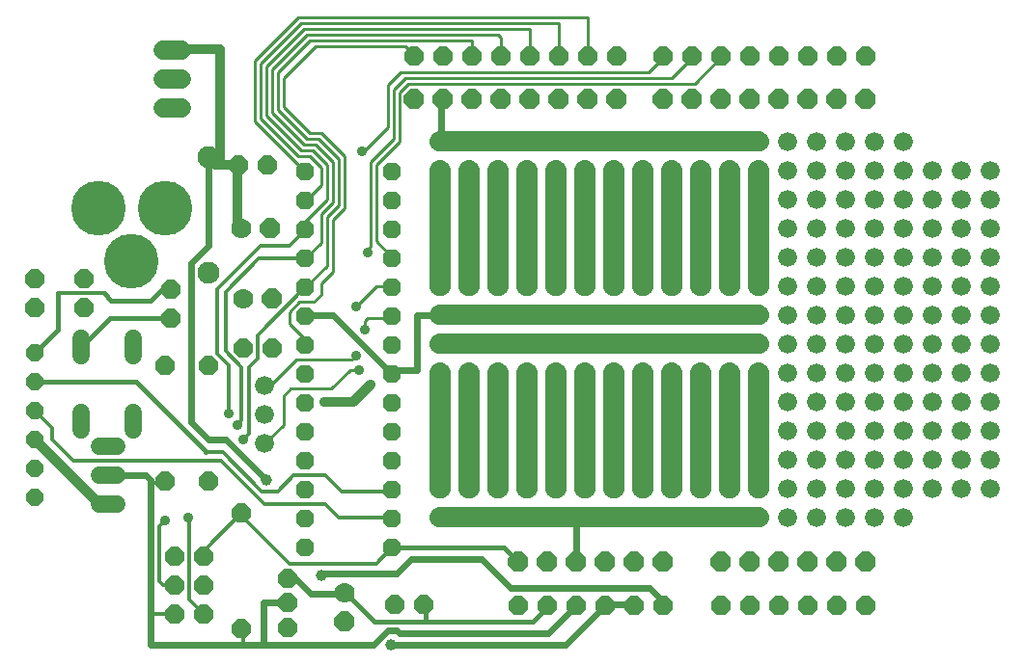
<source format=gbr>
G04 EAGLE Gerber RS-274X export*
G75*
%MOMM*%
%FSLAX34Y34*%
%LPD*%
%INBottom Copper*%
%IPPOS*%
%AMOC8*
5,1,8,0,0,1.08239X$1,22.5*%
G01*
%ADD10P,1.732040X8X112.500000*%
%ADD11C,1.676400*%
%ADD12P,1.814519X8X112.500000*%
%ADD13C,1.524000*%
%ADD14C,4.800000*%
%ADD15P,1.924489X8X22.500000*%
%ADD16C,1.778000*%
%ADD17P,1.814519X8X22.500000*%
%ADD18P,1.814519X8X292.500000*%
%ADD19C,1.930400*%
%ADD20P,1.649562X8X202.500000*%
%ADD21C,1.676400*%
%ADD22P,1.924489X8X112.500000*%
%ADD23P,1.924489X8X292.500000*%
%ADD24P,1.814519X8X202.500000*%
%ADD25C,0.609600*%
%ADD26C,0.812800*%
%ADD27C,1.006400*%
%ADD28C,0.906400*%
%ADD29C,0.254000*%
%ADD30C,0.304800*%
%ADD31C,0.406400*%

G36*
X657908Y289312D02*
X657908Y289312D01*
X658009Y289314D01*
X659496Y289461D01*
X659523Y289466D01*
X659550Y289467D01*
X659789Y289519D01*
X661218Y289952D01*
X661243Y289963D01*
X661270Y289969D01*
X661494Y290067D01*
X662812Y290771D01*
X662834Y290786D01*
X662859Y290797D01*
X663060Y290937D01*
X664215Y291884D01*
X664233Y291904D01*
X664256Y291920D01*
X664426Y292096D01*
X665373Y293250D01*
X665388Y293273D01*
X665407Y293293D01*
X665539Y293499D01*
X666243Y294816D01*
X666253Y294841D01*
X666268Y294864D01*
X666358Y295092D01*
X666791Y296521D01*
X666796Y296548D01*
X666806Y296573D01*
X666850Y296814D01*
X666996Y298301D01*
X666995Y298328D01*
X667000Y298355D01*
X666998Y298455D01*
X667002Y298498D01*
X666997Y298531D01*
X666996Y298599D01*
X666850Y300086D01*
X666844Y300113D01*
X666843Y300140D01*
X666795Y300361D01*
X666794Y300366D01*
X666794Y300368D01*
X666791Y300379D01*
X666358Y301808D01*
X666347Y301833D01*
X666341Y301860D01*
X666243Y302084D01*
X666174Y302213D01*
X666174Y302214D01*
X665539Y303402D01*
X665524Y303424D01*
X665513Y303449D01*
X665373Y303650D01*
X664426Y304805D01*
X664406Y304823D01*
X664391Y304846D01*
X664215Y305016D01*
X663060Y305963D01*
X663037Y305978D01*
X663017Y305997D01*
X662812Y306129D01*
X661494Y306833D01*
X661469Y306843D01*
X661446Y306858D01*
X661218Y306948D01*
X659789Y307381D01*
X659762Y307386D01*
X659737Y307396D01*
X659496Y307440D01*
X658009Y307586D01*
X657961Y307585D01*
X657860Y307593D01*
X378460Y307593D01*
X378412Y307588D01*
X378311Y307586D01*
X376824Y307440D01*
X376797Y307434D01*
X376770Y307433D01*
X376531Y307381D01*
X375102Y306948D01*
X375077Y306937D01*
X375050Y306931D01*
X374826Y306833D01*
X373509Y306129D01*
X373486Y306114D01*
X373461Y306103D01*
X373260Y305963D01*
X372106Y305016D01*
X372087Y304996D01*
X372064Y304981D01*
X371894Y304805D01*
X370947Y303650D01*
X370932Y303627D01*
X370913Y303607D01*
X370781Y303402D01*
X370077Y302084D01*
X370067Y302059D01*
X370052Y302036D01*
X369962Y301808D01*
X369529Y300379D01*
X369524Y300352D01*
X369514Y300327D01*
X369504Y300270D01*
X369502Y300265D01*
X369501Y300257D01*
X369471Y300086D01*
X369324Y298599D01*
X369325Y298572D01*
X369320Y298545D01*
X369322Y298439D01*
X369318Y298394D01*
X369323Y298361D01*
X369324Y298301D01*
X369471Y296814D01*
X369476Y296787D01*
X369477Y296760D01*
X369529Y296521D01*
X369962Y295092D01*
X369973Y295067D01*
X369979Y295040D01*
X370077Y294816D01*
X370781Y293499D01*
X370796Y293476D01*
X370807Y293451D01*
X370947Y293250D01*
X371894Y292096D01*
X371914Y292077D01*
X371930Y292054D01*
X372106Y291884D01*
X373260Y290937D01*
X373283Y290922D01*
X373303Y290903D01*
X373509Y290771D01*
X374826Y290067D01*
X374851Y290057D01*
X374874Y290042D01*
X375102Y289952D01*
X376531Y289519D01*
X376558Y289514D01*
X376583Y289504D01*
X376824Y289461D01*
X378311Y289314D01*
X378359Y289315D01*
X378460Y289307D01*
X657860Y289307D01*
X657908Y289312D01*
G37*
G36*
X657908Y263912D02*
X657908Y263912D01*
X658009Y263914D01*
X659496Y264061D01*
X659523Y264066D01*
X659550Y264067D01*
X659789Y264119D01*
X661218Y264552D01*
X661243Y264563D01*
X661270Y264569D01*
X661494Y264667D01*
X662812Y265371D01*
X662834Y265386D01*
X662859Y265397D01*
X663060Y265537D01*
X664215Y266484D01*
X664233Y266504D01*
X664256Y266520D01*
X664426Y266696D01*
X665373Y267850D01*
X665388Y267873D01*
X665407Y267893D01*
X665539Y268099D01*
X666243Y269416D01*
X666253Y269441D01*
X666268Y269464D01*
X666358Y269692D01*
X666791Y271121D01*
X666796Y271148D01*
X666806Y271173D01*
X666850Y271414D01*
X666996Y272901D01*
X666995Y272928D01*
X667000Y272955D01*
X666998Y273055D01*
X667002Y273098D01*
X666997Y273131D01*
X666996Y273199D01*
X666850Y274686D01*
X666844Y274713D01*
X666843Y274740D01*
X666795Y274961D01*
X666794Y274966D01*
X666794Y274968D01*
X666791Y274979D01*
X666358Y276408D01*
X666347Y276433D01*
X666341Y276460D01*
X666243Y276684D01*
X666174Y276813D01*
X666174Y276814D01*
X665539Y278002D01*
X665524Y278024D01*
X665513Y278049D01*
X665373Y278250D01*
X664426Y279405D01*
X664406Y279423D01*
X664391Y279446D01*
X664215Y279616D01*
X663060Y280563D01*
X663037Y280578D01*
X663017Y280597D01*
X662812Y280729D01*
X661494Y281433D01*
X661469Y281443D01*
X661446Y281458D01*
X661218Y281548D01*
X659789Y281981D01*
X659762Y281986D01*
X659737Y281996D01*
X659496Y282040D01*
X658009Y282186D01*
X657961Y282185D01*
X657860Y282193D01*
X378460Y282193D01*
X378412Y282188D01*
X378311Y282186D01*
X376824Y282040D01*
X376797Y282034D01*
X376770Y282033D01*
X376531Y281981D01*
X375102Y281548D01*
X375077Y281537D01*
X375050Y281531D01*
X374826Y281433D01*
X373509Y280729D01*
X373486Y280714D01*
X373461Y280703D01*
X373260Y280563D01*
X372106Y279616D01*
X372087Y279596D01*
X372064Y279581D01*
X371894Y279405D01*
X370947Y278250D01*
X370932Y278227D01*
X370913Y278207D01*
X370781Y278002D01*
X370077Y276684D01*
X370067Y276659D01*
X370052Y276636D01*
X369962Y276408D01*
X369529Y274979D01*
X369524Y274952D01*
X369514Y274927D01*
X369504Y274870D01*
X369502Y274865D01*
X369501Y274857D01*
X369471Y274686D01*
X369324Y273199D01*
X369325Y273172D01*
X369320Y273145D01*
X369322Y273039D01*
X369318Y272994D01*
X369323Y272961D01*
X369324Y272901D01*
X369471Y271414D01*
X369476Y271387D01*
X369477Y271360D01*
X369529Y271121D01*
X369962Y269692D01*
X369973Y269667D01*
X369979Y269640D01*
X370077Y269416D01*
X370781Y268099D01*
X370796Y268076D01*
X370807Y268051D01*
X370947Y267850D01*
X371894Y266696D01*
X371914Y266677D01*
X371930Y266654D01*
X372106Y266484D01*
X373260Y265537D01*
X373283Y265522D01*
X373303Y265503D01*
X373509Y265371D01*
X374826Y264667D01*
X374851Y264657D01*
X374874Y264642D01*
X375102Y264552D01*
X376531Y264119D01*
X376558Y264114D01*
X376583Y264104D01*
X376824Y264061D01*
X378311Y263914D01*
X378359Y263915D01*
X378460Y263907D01*
X657860Y263907D01*
X657908Y263912D01*
G37*
G36*
X657908Y111512D02*
X657908Y111512D01*
X658009Y111514D01*
X659496Y111661D01*
X659523Y111666D01*
X659550Y111667D01*
X659789Y111719D01*
X661218Y112152D01*
X661243Y112163D01*
X661270Y112169D01*
X661494Y112267D01*
X662812Y112971D01*
X662834Y112986D01*
X662859Y112997D01*
X663060Y113137D01*
X664215Y114084D01*
X664233Y114104D01*
X664256Y114120D01*
X664426Y114296D01*
X665373Y115450D01*
X665388Y115473D01*
X665407Y115493D01*
X665539Y115699D01*
X666243Y117016D01*
X666253Y117041D01*
X666268Y117064D01*
X666358Y117292D01*
X666791Y118721D01*
X666796Y118748D01*
X666806Y118773D01*
X666850Y119014D01*
X666996Y120501D01*
X666995Y120528D01*
X667000Y120555D01*
X666998Y120655D01*
X667002Y120698D01*
X666997Y120731D01*
X666996Y120799D01*
X666850Y122286D01*
X666844Y122313D01*
X666843Y122340D01*
X666795Y122561D01*
X666794Y122566D01*
X666794Y122568D01*
X666791Y122579D01*
X666358Y124008D01*
X666347Y124033D01*
X666341Y124060D01*
X666243Y124284D01*
X666174Y124413D01*
X666174Y124414D01*
X665539Y125602D01*
X665524Y125624D01*
X665513Y125649D01*
X665373Y125850D01*
X664426Y127005D01*
X664406Y127023D01*
X664391Y127046D01*
X664215Y127216D01*
X663060Y128163D01*
X663037Y128178D01*
X663017Y128197D01*
X662812Y128329D01*
X661494Y129033D01*
X661469Y129043D01*
X661446Y129058D01*
X661218Y129148D01*
X659789Y129581D01*
X659762Y129586D01*
X659737Y129596D01*
X659496Y129640D01*
X658009Y129786D01*
X657961Y129785D01*
X657860Y129793D01*
X378460Y129793D01*
X378412Y129788D01*
X378311Y129786D01*
X376824Y129640D01*
X376797Y129634D01*
X376770Y129633D01*
X376531Y129581D01*
X375102Y129148D01*
X375077Y129137D01*
X375050Y129131D01*
X374826Y129033D01*
X373509Y128329D01*
X373486Y128314D01*
X373461Y128303D01*
X373260Y128163D01*
X372106Y127216D01*
X372087Y127196D01*
X372064Y127181D01*
X371894Y127005D01*
X370947Y125850D01*
X370932Y125827D01*
X370913Y125807D01*
X370781Y125602D01*
X370077Y124284D01*
X370067Y124259D01*
X370052Y124236D01*
X369962Y124008D01*
X369529Y122579D01*
X369524Y122552D01*
X369514Y122527D01*
X369504Y122470D01*
X369502Y122465D01*
X369501Y122457D01*
X369471Y122286D01*
X369324Y120799D01*
X369325Y120772D01*
X369320Y120745D01*
X369322Y120639D01*
X369318Y120594D01*
X369323Y120561D01*
X369324Y120501D01*
X369471Y119014D01*
X369476Y118987D01*
X369477Y118960D01*
X369529Y118721D01*
X369962Y117292D01*
X369973Y117267D01*
X369979Y117240D01*
X370077Y117016D01*
X370781Y115699D01*
X370796Y115676D01*
X370807Y115651D01*
X370947Y115450D01*
X371894Y114296D01*
X371914Y114277D01*
X371930Y114254D01*
X372106Y114084D01*
X373260Y113137D01*
X373283Y113122D01*
X373303Y113103D01*
X373509Y112971D01*
X374826Y112267D01*
X374851Y112257D01*
X374874Y112242D01*
X375102Y112152D01*
X376531Y111719D01*
X376558Y111714D01*
X376583Y111704D01*
X376824Y111661D01*
X378311Y111514D01*
X378359Y111515D01*
X378460Y111507D01*
X657860Y111507D01*
X657908Y111512D01*
G37*
G36*
X657908Y441712D02*
X657908Y441712D01*
X658009Y441714D01*
X659496Y441861D01*
X659523Y441866D01*
X659550Y441867D01*
X659789Y441919D01*
X661218Y442352D01*
X661243Y442363D01*
X661270Y442369D01*
X661494Y442467D01*
X662812Y443171D01*
X662834Y443186D01*
X662859Y443197D01*
X663060Y443337D01*
X664215Y444284D01*
X664233Y444304D01*
X664256Y444320D01*
X664426Y444496D01*
X665373Y445650D01*
X665388Y445673D01*
X665407Y445693D01*
X665539Y445899D01*
X666243Y447216D01*
X666253Y447241D01*
X666268Y447264D01*
X666358Y447492D01*
X666791Y448921D01*
X666796Y448948D01*
X666806Y448973D01*
X666850Y449214D01*
X666996Y450701D01*
X666995Y450728D01*
X667000Y450755D01*
X666999Y450855D01*
X667002Y450898D01*
X666997Y450931D01*
X666996Y450999D01*
X666850Y452486D01*
X666844Y452513D01*
X666843Y452540D01*
X666795Y452761D01*
X666794Y452766D01*
X666794Y452768D01*
X666791Y452779D01*
X666358Y454208D01*
X666347Y454233D01*
X666341Y454260D01*
X666243Y454484D01*
X665539Y455802D01*
X665524Y455824D01*
X665513Y455849D01*
X665373Y456050D01*
X664426Y457205D01*
X664406Y457223D01*
X664391Y457246D01*
X664215Y457416D01*
X663060Y458363D01*
X663037Y458378D01*
X663017Y458397D01*
X662812Y458529D01*
X661494Y459233D01*
X661469Y459243D01*
X661446Y459258D01*
X661218Y459348D01*
X659789Y459781D01*
X659762Y459786D01*
X659737Y459796D01*
X659496Y459840D01*
X658009Y459986D01*
X657961Y459985D01*
X657860Y459993D01*
X378460Y459993D01*
X378412Y459988D01*
X378311Y459986D01*
X376824Y459840D01*
X376797Y459834D01*
X376770Y459833D01*
X376531Y459781D01*
X375102Y459348D01*
X375077Y459337D01*
X375050Y459331D01*
X374826Y459233D01*
X373509Y458529D01*
X373486Y458514D01*
X373461Y458503D01*
X373260Y458363D01*
X372106Y457416D01*
X372087Y457396D01*
X372064Y457381D01*
X371894Y457205D01*
X370947Y456050D01*
X370932Y456027D01*
X370913Y456007D01*
X370781Y455802D01*
X370077Y454484D01*
X370067Y454459D01*
X370052Y454436D01*
X369962Y454208D01*
X369529Y452779D01*
X369524Y452752D01*
X369514Y452727D01*
X369504Y452670D01*
X369502Y452665D01*
X369501Y452657D01*
X369471Y452486D01*
X369324Y450999D01*
X369325Y450972D01*
X369320Y450945D01*
X369322Y450839D01*
X369318Y450794D01*
X369323Y450761D01*
X369324Y450701D01*
X369471Y449214D01*
X369476Y449187D01*
X369477Y449160D01*
X369529Y448921D01*
X369962Y447492D01*
X369973Y447467D01*
X369979Y447440D01*
X370077Y447216D01*
X370150Y447079D01*
X370781Y445899D01*
X370796Y445876D01*
X370807Y445851D01*
X370947Y445650D01*
X371894Y444496D01*
X371914Y444477D01*
X371930Y444454D01*
X372106Y444284D01*
X373260Y443337D01*
X373283Y443322D01*
X373303Y443303D01*
X373509Y443171D01*
X374826Y442467D01*
X374851Y442457D01*
X374874Y442442D01*
X375102Y442352D01*
X376531Y441919D01*
X376558Y441914D01*
X376583Y441904D01*
X376824Y441861D01*
X378311Y441714D01*
X378359Y441715D01*
X378460Y441707D01*
X657860Y441707D01*
X657908Y441712D01*
G37*
G36*
X378609Y314714D02*
X378609Y314714D01*
X380096Y314861D01*
X380123Y314866D01*
X380150Y314867D01*
X380389Y314919D01*
X381818Y315352D01*
X381843Y315363D01*
X381870Y315369D01*
X382094Y315467D01*
X383412Y316171D01*
X383434Y316186D01*
X383459Y316197D01*
X383660Y316337D01*
X384815Y317284D01*
X384833Y317304D01*
X384856Y317320D01*
X385026Y317496D01*
X385973Y318650D01*
X385988Y318673D01*
X386007Y318693D01*
X386139Y318899D01*
X386843Y320216D01*
X386853Y320241D01*
X386868Y320264D01*
X386958Y320492D01*
X387391Y321921D01*
X387396Y321948D01*
X387406Y321973D01*
X387450Y322214D01*
X387596Y323701D01*
X387595Y323749D01*
X387603Y323850D01*
X387603Y425450D01*
X387598Y425498D01*
X387596Y425599D01*
X387450Y427086D01*
X387444Y427113D01*
X387443Y427140D01*
X387391Y427379D01*
X386958Y428808D01*
X386947Y428833D01*
X386941Y428860D01*
X386843Y429084D01*
X386139Y430402D01*
X386124Y430424D01*
X386113Y430449D01*
X385973Y430650D01*
X385026Y431805D01*
X385006Y431823D01*
X384991Y431846D01*
X384815Y432016D01*
X383660Y432963D01*
X383637Y432978D01*
X383617Y432997D01*
X383412Y433129D01*
X382094Y433833D01*
X382069Y433843D01*
X382046Y433858D01*
X381818Y433948D01*
X380389Y434381D01*
X380362Y434386D01*
X380337Y434396D01*
X380096Y434440D01*
X378609Y434586D01*
X378582Y434585D01*
X378555Y434590D01*
X378311Y434586D01*
X376824Y434440D01*
X376797Y434434D01*
X376770Y434433D01*
X376531Y434381D01*
X375102Y433948D01*
X375077Y433937D01*
X375050Y433931D01*
X374826Y433833D01*
X373509Y433129D01*
X373486Y433114D01*
X373461Y433103D01*
X373260Y432963D01*
X372106Y432016D01*
X372087Y431996D01*
X372064Y431981D01*
X371894Y431805D01*
X370947Y430650D01*
X370932Y430627D01*
X370913Y430607D01*
X370781Y430402D01*
X370077Y429084D01*
X370067Y429059D01*
X370052Y429036D01*
X369962Y428808D01*
X369529Y427379D01*
X369524Y427352D01*
X369514Y427327D01*
X369471Y427086D01*
X369324Y425599D01*
X369325Y425551D01*
X369317Y425450D01*
X369317Y323850D01*
X369320Y323821D01*
X369318Y323794D01*
X369323Y323761D01*
X369324Y323701D01*
X369471Y322214D01*
X369476Y322187D01*
X369477Y322160D01*
X369529Y321921D01*
X369962Y320492D01*
X369973Y320467D01*
X369979Y320440D01*
X370077Y320216D01*
X370781Y318899D01*
X370796Y318876D01*
X370807Y318851D01*
X370947Y318650D01*
X371894Y317496D01*
X371914Y317477D01*
X371930Y317454D01*
X372106Y317284D01*
X373260Y316337D01*
X373283Y316322D01*
X373303Y316303D01*
X373509Y316171D01*
X374826Y315467D01*
X374851Y315457D01*
X374874Y315442D01*
X375102Y315352D01*
X376531Y314919D01*
X376558Y314914D01*
X376583Y314904D01*
X376824Y314861D01*
X378311Y314714D01*
X378338Y314715D01*
X378365Y314710D01*
X378609Y314714D01*
G37*
G36*
X607209Y314714D02*
X607209Y314714D01*
X608696Y314861D01*
X608723Y314866D01*
X608750Y314867D01*
X608989Y314919D01*
X610418Y315352D01*
X610443Y315363D01*
X610470Y315369D01*
X610694Y315467D01*
X612012Y316171D01*
X612034Y316186D01*
X612059Y316197D01*
X612260Y316337D01*
X613415Y317284D01*
X613433Y317304D01*
X613456Y317320D01*
X613626Y317496D01*
X614573Y318650D01*
X614588Y318673D01*
X614607Y318693D01*
X614739Y318899D01*
X615443Y320216D01*
X615453Y320241D01*
X615468Y320264D01*
X615558Y320492D01*
X615991Y321921D01*
X615996Y321948D01*
X616006Y321973D01*
X616050Y322214D01*
X616196Y323701D01*
X616195Y323749D01*
X616203Y323850D01*
X616203Y425450D01*
X616198Y425498D01*
X616196Y425599D01*
X616050Y427086D01*
X616044Y427113D01*
X616043Y427140D01*
X615991Y427379D01*
X615558Y428808D01*
X615547Y428833D01*
X615541Y428860D01*
X615443Y429084D01*
X614739Y430402D01*
X614724Y430424D01*
X614713Y430449D01*
X614573Y430650D01*
X613626Y431805D01*
X613606Y431823D01*
X613591Y431846D01*
X613415Y432016D01*
X612260Y432963D01*
X612237Y432978D01*
X612217Y432997D01*
X612012Y433129D01*
X610694Y433833D01*
X610669Y433843D01*
X610646Y433858D01*
X610418Y433948D01*
X608989Y434381D01*
X608962Y434386D01*
X608937Y434396D01*
X608696Y434440D01*
X607209Y434586D01*
X607182Y434585D01*
X607155Y434590D01*
X606911Y434586D01*
X605424Y434440D01*
X605397Y434434D01*
X605370Y434433D01*
X605131Y434381D01*
X603702Y433948D01*
X603677Y433937D01*
X603650Y433931D01*
X603426Y433833D01*
X602109Y433129D01*
X602086Y433114D01*
X602061Y433103D01*
X601860Y432963D01*
X600706Y432016D01*
X600687Y431996D01*
X600664Y431981D01*
X600494Y431805D01*
X599547Y430650D01*
X599532Y430627D01*
X599513Y430607D01*
X599381Y430402D01*
X598677Y429084D01*
X598667Y429059D01*
X598652Y429036D01*
X598562Y428808D01*
X598129Y427379D01*
X598124Y427352D01*
X598114Y427327D01*
X598071Y427086D01*
X597924Y425599D01*
X597925Y425551D01*
X597917Y425450D01*
X597917Y323850D01*
X597920Y323821D01*
X597918Y323794D01*
X597923Y323761D01*
X597924Y323701D01*
X598071Y322214D01*
X598076Y322187D01*
X598077Y322160D01*
X598129Y321921D01*
X598562Y320492D01*
X598573Y320467D01*
X598579Y320440D01*
X598677Y320216D01*
X599381Y318899D01*
X599396Y318876D01*
X599407Y318851D01*
X599547Y318650D01*
X600494Y317496D01*
X600514Y317477D01*
X600530Y317454D01*
X600706Y317284D01*
X601860Y316337D01*
X601883Y316322D01*
X601903Y316303D01*
X602109Y316171D01*
X603426Y315467D01*
X603451Y315457D01*
X603474Y315442D01*
X603702Y315352D01*
X605131Y314919D01*
X605158Y314914D01*
X605183Y314904D01*
X605424Y314861D01*
X606911Y314714D01*
X606938Y314715D01*
X606965Y314710D01*
X607209Y314714D01*
G37*
G36*
X404009Y314714D02*
X404009Y314714D01*
X405496Y314861D01*
X405523Y314866D01*
X405550Y314867D01*
X405789Y314919D01*
X407218Y315352D01*
X407243Y315363D01*
X407270Y315369D01*
X407494Y315467D01*
X408812Y316171D01*
X408834Y316186D01*
X408859Y316197D01*
X409060Y316337D01*
X410215Y317284D01*
X410233Y317304D01*
X410256Y317320D01*
X410426Y317496D01*
X411373Y318650D01*
X411388Y318673D01*
X411407Y318693D01*
X411539Y318899D01*
X412243Y320216D01*
X412253Y320241D01*
X412268Y320264D01*
X412358Y320492D01*
X412791Y321921D01*
X412796Y321948D01*
X412806Y321973D01*
X412850Y322214D01*
X412996Y323701D01*
X412995Y323749D01*
X413003Y323850D01*
X413003Y425450D01*
X412998Y425498D01*
X412996Y425599D01*
X412850Y427086D01*
X412844Y427113D01*
X412843Y427140D01*
X412791Y427379D01*
X412358Y428808D01*
X412347Y428833D01*
X412341Y428860D01*
X412243Y429084D01*
X411539Y430402D01*
X411524Y430424D01*
X411513Y430449D01*
X411373Y430650D01*
X410426Y431805D01*
X410406Y431823D01*
X410391Y431846D01*
X410215Y432016D01*
X409060Y432963D01*
X409037Y432978D01*
X409017Y432997D01*
X408812Y433129D01*
X407494Y433833D01*
X407469Y433843D01*
X407446Y433858D01*
X407218Y433948D01*
X405789Y434381D01*
X405762Y434386D01*
X405737Y434396D01*
X405496Y434440D01*
X404009Y434586D01*
X403982Y434585D01*
X403955Y434590D01*
X403711Y434586D01*
X402224Y434440D01*
X402197Y434434D01*
X402170Y434433D01*
X401931Y434381D01*
X400502Y433948D01*
X400477Y433937D01*
X400450Y433931D01*
X400226Y433833D01*
X398909Y433129D01*
X398886Y433114D01*
X398861Y433103D01*
X398660Y432963D01*
X397506Y432016D01*
X397487Y431996D01*
X397464Y431981D01*
X397294Y431805D01*
X396347Y430650D01*
X396332Y430627D01*
X396313Y430607D01*
X396181Y430402D01*
X395477Y429084D01*
X395467Y429059D01*
X395452Y429036D01*
X395362Y428808D01*
X394929Y427379D01*
X394924Y427352D01*
X394914Y427327D01*
X394871Y427086D01*
X394724Y425599D01*
X394725Y425551D01*
X394717Y425450D01*
X394717Y323850D01*
X394720Y323821D01*
X394718Y323794D01*
X394723Y323761D01*
X394724Y323701D01*
X394871Y322214D01*
X394876Y322187D01*
X394877Y322160D01*
X394929Y321921D01*
X395362Y320492D01*
X395373Y320467D01*
X395379Y320440D01*
X395477Y320216D01*
X396181Y318899D01*
X396196Y318876D01*
X396207Y318851D01*
X396347Y318650D01*
X397294Y317496D01*
X397314Y317477D01*
X397330Y317454D01*
X397506Y317284D01*
X398660Y316337D01*
X398683Y316322D01*
X398703Y316303D01*
X398909Y316171D01*
X400226Y315467D01*
X400251Y315457D01*
X400274Y315442D01*
X400502Y315352D01*
X401931Y314919D01*
X401958Y314914D01*
X401983Y314904D01*
X402224Y314861D01*
X403711Y314714D01*
X403738Y314715D01*
X403765Y314710D01*
X404009Y314714D01*
G37*
G36*
X505609Y314714D02*
X505609Y314714D01*
X507096Y314861D01*
X507123Y314866D01*
X507150Y314867D01*
X507389Y314919D01*
X508818Y315352D01*
X508843Y315363D01*
X508870Y315369D01*
X509094Y315467D01*
X510412Y316171D01*
X510434Y316186D01*
X510459Y316197D01*
X510660Y316337D01*
X511815Y317284D01*
X511833Y317304D01*
X511856Y317320D01*
X512026Y317496D01*
X512973Y318650D01*
X512988Y318673D01*
X513007Y318693D01*
X513139Y318899D01*
X513843Y320216D01*
X513853Y320241D01*
X513868Y320264D01*
X513958Y320492D01*
X514391Y321921D01*
X514396Y321948D01*
X514406Y321973D01*
X514450Y322214D01*
X514596Y323701D01*
X514595Y323749D01*
X514603Y323850D01*
X514603Y425450D01*
X514598Y425498D01*
X514596Y425599D01*
X514450Y427086D01*
X514444Y427113D01*
X514443Y427140D01*
X514391Y427379D01*
X513958Y428808D01*
X513947Y428833D01*
X513941Y428860D01*
X513843Y429084D01*
X513139Y430402D01*
X513124Y430424D01*
X513113Y430449D01*
X512973Y430650D01*
X512026Y431805D01*
X512006Y431823D01*
X511991Y431846D01*
X511815Y432016D01*
X510660Y432963D01*
X510637Y432978D01*
X510617Y432997D01*
X510412Y433129D01*
X509094Y433833D01*
X509069Y433843D01*
X509046Y433858D01*
X508818Y433948D01*
X507389Y434381D01*
X507362Y434386D01*
X507337Y434396D01*
X507096Y434440D01*
X505609Y434586D01*
X505582Y434585D01*
X505555Y434590D01*
X505311Y434586D01*
X503824Y434440D01*
X503797Y434434D01*
X503770Y434433D01*
X503531Y434381D01*
X502102Y433948D01*
X502077Y433937D01*
X502050Y433931D01*
X501826Y433833D01*
X500509Y433129D01*
X500486Y433114D01*
X500461Y433103D01*
X500260Y432963D01*
X499106Y432016D01*
X499087Y431996D01*
X499064Y431981D01*
X498894Y431805D01*
X497947Y430650D01*
X497932Y430627D01*
X497913Y430607D01*
X497781Y430402D01*
X497077Y429084D01*
X497067Y429059D01*
X497052Y429036D01*
X496962Y428808D01*
X496529Y427379D01*
X496524Y427352D01*
X496514Y427327D01*
X496471Y427086D01*
X496324Y425599D01*
X496325Y425551D01*
X496317Y425450D01*
X496317Y323850D01*
X496320Y323821D01*
X496318Y323794D01*
X496323Y323761D01*
X496324Y323701D01*
X496471Y322214D01*
X496476Y322187D01*
X496477Y322160D01*
X496529Y321921D01*
X496962Y320492D01*
X496973Y320467D01*
X496979Y320440D01*
X497077Y320216D01*
X497781Y318899D01*
X497796Y318876D01*
X497807Y318851D01*
X497947Y318650D01*
X498894Y317496D01*
X498914Y317477D01*
X498930Y317454D01*
X499106Y317284D01*
X500260Y316337D01*
X500283Y316322D01*
X500303Y316303D01*
X500509Y316171D01*
X501826Y315467D01*
X501851Y315457D01*
X501874Y315442D01*
X502102Y315352D01*
X503531Y314919D01*
X503558Y314914D01*
X503583Y314904D01*
X503824Y314861D01*
X505311Y314714D01*
X505338Y314715D01*
X505365Y314710D01*
X505609Y314714D01*
G37*
G36*
X556409Y314714D02*
X556409Y314714D01*
X557896Y314861D01*
X557923Y314866D01*
X557950Y314867D01*
X558189Y314919D01*
X559618Y315352D01*
X559643Y315363D01*
X559670Y315369D01*
X559894Y315467D01*
X561212Y316171D01*
X561234Y316186D01*
X561259Y316197D01*
X561460Y316337D01*
X562615Y317284D01*
X562633Y317304D01*
X562656Y317320D01*
X562826Y317496D01*
X563773Y318650D01*
X563788Y318673D01*
X563807Y318693D01*
X563939Y318899D01*
X564643Y320216D01*
X564653Y320241D01*
X564668Y320264D01*
X564758Y320492D01*
X565191Y321921D01*
X565196Y321948D01*
X565206Y321973D01*
X565250Y322214D01*
X565396Y323701D01*
X565395Y323749D01*
X565403Y323850D01*
X565403Y425450D01*
X565398Y425498D01*
X565396Y425599D01*
X565250Y427086D01*
X565244Y427113D01*
X565243Y427140D01*
X565191Y427379D01*
X564758Y428808D01*
X564747Y428833D01*
X564741Y428860D01*
X564643Y429084D01*
X563939Y430402D01*
X563924Y430424D01*
X563913Y430449D01*
X563773Y430650D01*
X562826Y431805D01*
X562806Y431823D01*
X562791Y431846D01*
X562615Y432016D01*
X561460Y432963D01*
X561437Y432978D01*
X561417Y432997D01*
X561212Y433129D01*
X559894Y433833D01*
X559869Y433843D01*
X559846Y433858D01*
X559618Y433948D01*
X558189Y434381D01*
X558162Y434386D01*
X558137Y434396D01*
X557896Y434440D01*
X556409Y434586D01*
X556382Y434585D01*
X556355Y434590D01*
X556111Y434586D01*
X554624Y434440D01*
X554597Y434434D01*
X554570Y434433D01*
X554331Y434381D01*
X552902Y433948D01*
X552877Y433937D01*
X552850Y433931D01*
X552626Y433833D01*
X551309Y433129D01*
X551286Y433114D01*
X551261Y433103D01*
X551060Y432963D01*
X549906Y432016D01*
X549887Y431996D01*
X549864Y431981D01*
X549694Y431805D01*
X548747Y430650D01*
X548732Y430627D01*
X548713Y430607D01*
X548581Y430402D01*
X547877Y429084D01*
X547867Y429059D01*
X547852Y429036D01*
X547762Y428808D01*
X547329Y427379D01*
X547324Y427352D01*
X547314Y427327D01*
X547271Y427086D01*
X547124Y425599D01*
X547125Y425551D01*
X547117Y425450D01*
X547117Y323850D01*
X547120Y323821D01*
X547118Y323794D01*
X547123Y323761D01*
X547124Y323701D01*
X547271Y322214D01*
X547276Y322187D01*
X547277Y322160D01*
X547329Y321921D01*
X547762Y320492D01*
X547773Y320467D01*
X547779Y320440D01*
X547877Y320216D01*
X548581Y318899D01*
X548596Y318876D01*
X548607Y318851D01*
X548747Y318650D01*
X549694Y317496D01*
X549714Y317477D01*
X549730Y317454D01*
X549906Y317284D01*
X551060Y316337D01*
X551083Y316322D01*
X551103Y316303D01*
X551309Y316171D01*
X552626Y315467D01*
X552651Y315457D01*
X552674Y315442D01*
X552902Y315352D01*
X554331Y314919D01*
X554358Y314914D01*
X554383Y314904D01*
X554624Y314861D01*
X556111Y314714D01*
X556138Y314715D01*
X556165Y314710D01*
X556409Y314714D01*
G37*
G36*
X454809Y314714D02*
X454809Y314714D01*
X456296Y314861D01*
X456323Y314866D01*
X456350Y314867D01*
X456589Y314919D01*
X458018Y315352D01*
X458043Y315363D01*
X458070Y315369D01*
X458294Y315467D01*
X459612Y316171D01*
X459634Y316186D01*
X459659Y316197D01*
X459860Y316337D01*
X461015Y317284D01*
X461033Y317304D01*
X461056Y317320D01*
X461226Y317496D01*
X462173Y318650D01*
X462188Y318673D01*
X462207Y318693D01*
X462339Y318899D01*
X463043Y320216D01*
X463053Y320241D01*
X463068Y320264D01*
X463158Y320492D01*
X463591Y321921D01*
X463596Y321948D01*
X463606Y321973D01*
X463650Y322214D01*
X463796Y323701D01*
X463795Y323749D01*
X463803Y323850D01*
X463803Y425450D01*
X463798Y425498D01*
X463796Y425599D01*
X463650Y427086D01*
X463644Y427113D01*
X463643Y427140D01*
X463591Y427379D01*
X463158Y428808D01*
X463147Y428833D01*
X463141Y428860D01*
X463043Y429084D01*
X462339Y430402D01*
X462324Y430424D01*
X462313Y430449D01*
X462173Y430650D01*
X461226Y431805D01*
X461206Y431823D01*
X461191Y431846D01*
X461015Y432016D01*
X459860Y432963D01*
X459837Y432978D01*
X459817Y432997D01*
X459612Y433129D01*
X458294Y433833D01*
X458269Y433843D01*
X458246Y433858D01*
X458018Y433948D01*
X456589Y434381D01*
X456562Y434386D01*
X456537Y434396D01*
X456296Y434440D01*
X454809Y434586D01*
X454782Y434585D01*
X454755Y434590D01*
X454511Y434586D01*
X453024Y434440D01*
X452997Y434434D01*
X452970Y434433D01*
X452731Y434381D01*
X451302Y433948D01*
X451277Y433937D01*
X451250Y433931D01*
X451026Y433833D01*
X449709Y433129D01*
X449686Y433114D01*
X449661Y433103D01*
X449460Y432963D01*
X448306Y432016D01*
X448287Y431996D01*
X448264Y431981D01*
X448094Y431805D01*
X447147Y430650D01*
X447132Y430627D01*
X447113Y430607D01*
X446981Y430402D01*
X446277Y429084D01*
X446267Y429059D01*
X446252Y429036D01*
X446162Y428808D01*
X445729Y427379D01*
X445724Y427352D01*
X445714Y427327D01*
X445671Y427086D01*
X445524Y425599D01*
X445525Y425551D01*
X445517Y425450D01*
X445517Y323850D01*
X445520Y323821D01*
X445518Y323794D01*
X445523Y323761D01*
X445524Y323701D01*
X445671Y322214D01*
X445676Y322187D01*
X445677Y322160D01*
X445729Y321921D01*
X446162Y320492D01*
X446173Y320467D01*
X446179Y320440D01*
X446277Y320216D01*
X446981Y318899D01*
X446996Y318876D01*
X447007Y318851D01*
X447147Y318650D01*
X448094Y317496D01*
X448114Y317477D01*
X448130Y317454D01*
X448306Y317284D01*
X449460Y316337D01*
X449483Y316322D01*
X449503Y316303D01*
X449709Y316171D01*
X451026Y315467D01*
X451051Y315457D01*
X451074Y315442D01*
X451302Y315352D01*
X452731Y314919D01*
X452758Y314914D01*
X452783Y314904D01*
X453024Y314861D01*
X454511Y314714D01*
X454538Y314715D01*
X454565Y314710D01*
X454809Y314714D01*
G37*
G36*
X632609Y314714D02*
X632609Y314714D01*
X634096Y314861D01*
X634123Y314866D01*
X634150Y314867D01*
X634389Y314919D01*
X635818Y315352D01*
X635843Y315363D01*
X635870Y315369D01*
X636094Y315467D01*
X637412Y316171D01*
X637434Y316186D01*
X637459Y316197D01*
X637660Y316337D01*
X638815Y317284D01*
X638833Y317304D01*
X638856Y317320D01*
X639026Y317496D01*
X639973Y318650D01*
X639988Y318673D01*
X640007Y318693D01*
X640139Y318899D01*
X640843Y320216D01*
X640853Y320241D01*
X640868Y320264D01*
X640958Y320492D01*
X641391Y321921D01*
X641396Y321948D01*
X641406Y321973D01*
X641450Y322214D01*
X641596Y323701D01*
X641595Y323749D01*
X641603Y323850D01*
X641603Y425450D01*
X641598Y425498D01*
X641596Y425599D01*
X641450Y427086D01*
X641444Y427113D01*
X641443Y427140D01*
X641391Y427379D01*
X640958Y428808D01*
X640947Y428833D01*
X640941Y428860D01*
X640843Y429084D01*
X640139Y430402D01*
X640124Y430424D01*
X640113Y430449D01*
X639973Y430650D01*
X639026Y431805D01*
X639006Y431823D01*
X638991Y431846D01*
X638815Y432016D01*
X637660Y432963D01*
X637637Y432978D01*
X637617Y432997D01*
X637412Y433129D01*
X636094Y433833D01*
X636069Y433843D01*
X636046Y433858D01*
X635818Y433948D01*
X634389Y434381D01*
X634362Y434386D01*
X634337Y434396D01*
X634096Y434440D01*
X632609Y434586D01*
X632582Y434585D01*
X632555Y434590D01*
X632311Y434586D01*
X630824Y434440D01*
X630797Y434434D01*
X630770Y434433D01*
X630531Y434381D01*
X629102Y433948D01*
X629077Y433937D01*
X629050Y433931D01*
X628826Y433833D01*
X627509Y433129D01*
X627486Y433114D01*
X627461Y433103D01*
X627260Y432963D01*
X626106Y432016D01*
X626087Y431996D01*
X626064Y431981D01*
X625894Y431805D01*
X624947Y430650D01*
X624932Y430627D01*
X624913Y430607D01*
X624781Y430402D01*
X624077Y429084D01*
X624067Y429059D01*
X624052Y429036D01*
X623962Y428808D01*
X623529Y427379D01*
X623524Y427352D01*
X623514Y427327D01*
X623471Y427086D01*
X623324Y425599D01*
X623325Y425551D01*
X623317Y425450D01*
X623317Y323850D01*
X623320Y323821D01*
X623318Y323794D01*
X623323Y323761D01*
X623324Y323701D01*
X623471Y322214D01*
X623476Y322187D01*
X623477Y322160D01*
X623529Y321921D01*
X623962Y320492D01*
X623973Y320467D01*
X623979Y320440D01*
X624077Y320216D01*
X624781Y318899D01*
X624796Y318876D01*
X624807Y318851D01*
X624947Y318650D01*
X625894Y317496D01*
X625914Y317477D01*
X625930Y317454D01*
X626106Y317284D01*
X627260Y316337D01*
X627283Y316322D01*
X627303Y316303D01*
X627509Y316171D01*
X628826Y315467D01*
X628851Y315457D01*
X628874Y315442D01*
X629102Y315352D01*
X630531Y314919D01*
X630558Y314914D01*
X630583Y314904D01*
X630824Y314861D01*
X632311Y314714D01*
X632338Y314715D01*
X632365Y314710D01*
X632609Y314714D01*
G37*
G36*
X658009Y314714D02*
X658009Y314714D01*
X659496Y314861D01*
X659523Y314866D01*
X659550Y314867D01*
X659789Y314919D01*
X661218Y315352D01*
X661243Y315363D01*
X661270Y315369D01*
X661494Y315467D01*
X662812Y316171D01*
X662834Y316186D01*
X662859Y316197D01*
X663060Y316337D01*
X664215Y317284D01*
X664233Y317304D01*
X664256Y317320D01*
X664426Y317496D01*
X665373Y318650D01*
X665388Y318673D01*
X665407Y318693D01*
X665539Y318899D01*
X666243Y320216D01*
X666253Y320241D01*
X666268Y320264D01*
X666358Y320492D01*
X666791Y321921D01*
X666796Y321948D01*
X666806Y321973D01*
X666850Y322214D01*
X666996Y323701D01*
X666995Y323749D01*
X667003Y323850D01*
X667003Y425450D01*
X666998Y425498D01*
X666996Y425599D01*
X666850Y427086D01*
X666844Y427113D01*
X666843Y427140D01*
X666791Y427379D01*
X666358Y428808D01*
X666347Y428833D01*
X666341Y428860D01*
X666243Y429084D01*
X665539Y430402D01*
X665524Y430424D01*
X665513Y430449D01*
X665373Y430650D01*
X664426Y431805D01*
X664406Y431823D01*
X664391Y431846D01*
X664215Y432016D01*
X663060Y432963D01*
X663037Y432978D01*
X663017Y432997D01*
X662812Y433129D01*
X661494Y433833D01*
X661469Y433843D01*
X661446Y433858D01*
X661218Y433948D01*
X659789Y434381D01*
X659762Y434386D01*
X659737Y434396D01*
X659496Y434440D01*
X658009Y434586D01*
X657982Y434585D01*
X657955Y434590D01*
X657711Y434586D01*
X656224Y434440D01*
X656197Y434434D01*
X656170Y434433D01*
X655931Y434381D01*
X654502Y433948D01*
X654477Y433937D01*
X654450Y433931D01*
X654226Y433833D01*
X652909Y433129D01*
X652886Y433114D01*
X652861Y433103D01*
X652660Y432963D01*
X651506Y432016D01*
X651487Y431996D01*
X651464Y431981D01*
X651294Y431805D01*
X650347Y430650D01*
X650332Y430627D01*
X650313Y430607D01*
X650181Y430402D01*
X649477Y429084D01*
X649467Y429059D01*
X649452Y429036D01*
X649362Y428808D01*
X648929Y427379D01*
X648924Y427352D01*
X648914Y427327D01*
X648871Y427086D01*
X648724Y425599D01*
X648725Y425551D01*
X648717Y425450D01*
X648717Y323850D01*
X648720Y323821D01*
X648718Y323794D01*
X648723Y323761D01*
X648724Y323701D01*
X648871Y322214D01*
X648876Y322187D01*
X648877Y322160D01*
X648929Y321921D01*
X649362Y320492D01*
X649373Y320467D01*
X649379Y320440D01*
X649477Y320216D01*
X650181Y318899D01*
X650196Y318876D01*
X650207Y318851D01*
X650347Y318650D01*
X651294Y317496D01*
X651314Y317477D01*
X651330Y317454D01*
X651506Y317284D01*
X652660Y316337D01*
X652683Y316322D01*
X652703Y316303D01*
X652909Y316171D01*
X654226Y315467D01*
X654251Y315457D01*
X654274Y315442D01*
X654502Y315352D01*
X655931Y314919D01*
X655958Y314914D01*
X655983Y314904D01*
X656224Y314861D01*
X657711Y314714D01*
X657738Y314715D01*
X657765Y314710D01*
X658009Y314714D01*
G37*
G36*
X480209Y314714D02*
X480209Y314714D01*
X481696Y314861D01*
X481723Y314866D01*
X481750Y314867D01*
X481989Y314919D01*
X483418Y315352D01*
X483443Y315363D01*
X483470Y315369D01*
X483694Y315467D01*
X485012Y316171D01*
X485034Y316186D01*
X485059Y316197D01*
X485260Y316337D01*
X486415Y317284D01*
X486433Y317304D01*
X486456Y317320D01*
X486626Y317496D01*
X487573Y318650D01*
X487588Y318673D01*
X487607Y318693D01*
X487739Y318899D01*
X488443Y320216D01*
X488453Y320241D01*
X488468Y320264D01*
X488558Y320492D01*
X488991Y321921D01*
X488996Y321948D01*
X489006Y321973D01*
X489050Y322214D01*
X489196Y323701D01*
X489195Y323749D01*
X489203Y323850D01*
X489203Y425450D01*
X489198Y425498D01*
X489196Y425599D01*
X489050Y427086D01*
X489044Y427113D01*
X489043Y427140D01*
X488991Y427379D01*
X488558Y428808D01*
X488547Y428833D01*
X488541Y428860D01*
X488443Y429084D01*
X487739Y430402D01*
X487724Y430424D01*
X487713Y430449D01*
X487573Y430650D01*
X486626Y431805D01*
X486606Y431823D01*
X486591Y431846D01*
X486415Y432016D01*
X485260Y432963D01*
X485237Y432978D01*
X485217Y432997D01*
X485012Y433129D01*
X483694Y433833D01*
X483669Y433843D01*
X483646Y433858D01*
X483418Y433948D01*
X481989Y434381D01*
X481962Y434386D01*
X481937Y434396D01*
X481696Y434440D01*
X480209Y434586D01*
X480182Y434585D01*
X480155Y434590D01*
X479911Y434586D01*
X478424Y434440D01*
X478397Y434434D01*
X478370Y434433D01*
X478131Y434381D01*
X476702Y433948D01*
X476677Y433937D01*
X476650Y433931D01*
X476426Y433833D01*
X475109Y433129D01*
X475086Y433114D01*
X475061Y433103D01*
X474860Y432963D01*
X473706Y432016D01*
X473687Y431996D01*
X473664Y431981D01*
X473494Y431805D01*
X472547Y430650D01*
X472532Y430627D01*
X472513Y430607D01*
X472381Y430402D01*
X471677Y429084D01*
X471667Y429059D01*
X471652Y429036D01*
X471562Y428808D01*
X471129Y427379D01*
X471124Y427352D01*
X471114Y427327D01*
X471071Y427086D01*
X470924Y425599D01*
X470925Y425551D01*
X470917Y425450D01*
X470917Y323850D01*
X470920Y323821D01*
X470918Y323794D01*
X470923Y323761D01*
X470924Y323701D01*
X471071Y322214D01*
X471076Y322187D01*
X471077Y322160D01*
X471129Y321921D01*
X471562Y320492D01*
X471573Y320467D01*
X471579Y320440D01*
X471677Y320216D01*
X472381Y318899D01*
X472396Y318876D01*
X472407Y318851D01*
X472547Y318650D01*
X473494Y317496D01*
X473514Y317477D01*
X473530Y317454D01*
X473706Y317284D01*
X474860Y316337D01*
X474883Y316322D01*
X474903Y316303D01*
X475109Y316171D01*
X476426Y315467D01*
X476451Y315457D01*
X476474Y315442D01*
X476702Y315352D01*
X478131Y314919D01*
X478158Y314914D01*
X478183Y314904D01*
X478424Y314861D01*
X479911Y314714D01*
X479938Y314715D01*
X479965Y314710D01*
X480209Y314714D01*
G37*
G36*
X429409Y314714D02*
X429409Y314714D01*
X430896Y314861D01*
X430923Y314866D01*
X430950Y314867D01*
X431189Y314919D01*
X432618Y315352D01*
X432643Y315363D01*
X432670Y315369D01*
X432894Y315467D01*
X434212Y316171D01*
X434234Y316186D01*
X434259Y316197D01*
X434460Y316337D01*
X435615Y317284D01*
X435633Y317304D01*
X435656Y317320D01*
X435826Y317496D01*
X436773Y318650D01*
X436788Y318673D01*
X436807Y318693D01*
X436939Y318899D01*
X437643Y320216D01*
X437653Y320241D01*
X437668Y320264D01*
X437758Y320492D01*
X438191Y321921D01*
X438196Y321948D01*
X438206Y321973D01*
X438250Y322214D01*
X438396Y323701D01*
X438395Y323749D01*
X438403Y323850D01*
X438403Y425450D01*
X438398Y425498D01*
X438396Y425599D01*
X438250Y427086D01*
X438244Y427113D01*
X438243Y427140D01*
X438191Y427379D01*
X437758Y428808D01*
X437747Y428833D01*
X437741Y428860D01*
X437643Y429084D01*
X436939Y430402D01*
X436924Y430424D01*
X436913Y430449D01*
X436773Y430650D01*
X435826Y431805D01*
X435806Y431823D01*
X435791Y431846D01*
X435615Y432016D01*
X434460Y432963D01*
X434437Y432978D01*
X434417Y432997D01*
X434212Y433129D01*
X432894Y433833D01*
X432869Y433843D01*
X432846Y433858D01*
X432618Y433948D01*
X431189Y434381D01*
X431162Y434386D01*
X431137Y434396D01*
X430896Y434440D01*
X429409Y434586D01*
X429382Y434585D01*
X429355Y434590D01*
X429111Y434586D01*
X427624Y434440D01*
X427597Y434434D01*
X427570Y434433D01*
X427331Y434381D01*
X425902Y433948D01*
X425877Y433937D01*
X425850Y433931D01*
X425626Y433833D01*
X424309Y433129D01*
X424286Y433114D01*
X424261Y433103D01*
X424060Y432963D01*
X422906Y432016D01*
X422887Y431996D01*
X422864Y431981D01*
X422694Y431805D01*
X421747Y430650D01*
X421732Y430627D01*
X421713Y430607D01*
X421581Y430402D01*
X420877Y429084D01*
X420867Y429059D01*
X420852Y429036D01*
X420762Y428808D01*
X420329Y427379D01*
X420324Y427352D01*
X420314Y427327D01*
X420271Y427086D01*
X420124Y425599D01*
X420125Y425551D01*
X420117Y425450D01*
X420117Y323850D01*
X420120Y323821D01*
X420118Y323794D01*
X420123Y323761D01*
X420124Y323701D01*
X420271Y322214D01*
X420276Y322187D01*
X420277Y322160D01*
X420329Y321921D01*
X420762Y320492D01*
X420773Y320467D01*
X420779Y320440D01*
X420877Y320216D01*
X421581Y318899D01*
X421596Y318876D01*
X421607Y318851D01*
X421747Y318650D01*
X422694Y317496D01*
X422714Y317477D01*
X422730Y317454D01*
X422906Y317284D01*
X424060Y316337D01*
X424083Y316322D01*
X424103Y316303D01*
X424309Y316171D01*
X425626Y315467D01*
X425651Y315457D01*
X425674Y315442D01*
X425902Y315352D01*
X427331Y314919D01*
X427358Y314914D01*
X427383Y314904D01*
X427624Y314861D01*
X429111Y314714D01*
X429138Y314715D01*
X429165Y314710D01*
X429409Y314714D01*
G37*
G36*
X581809Y314714D02*
X581809Y314714D01*
X583296Y314861D01*
X583323Y314866D01*
X583350Y314867D01*
X583589Y314919D01*
X585018Y315352D01*
X585043Y315363D01*
X585070Y315369D01*
X585294Y315467D01*
X586612Y316171D01*
X586634Y316186D01*
X586659Y316197D01*
X586860Y316337D01*
X588015Y317284D01*
X588033Y317304D01*
X588056Y317320D01*
X588226Y317496D01*
X589173Y318650D01*
X589188Y318673D01*
X589207Y318693D01*
X589339Y318899D01*
X590043Y320216D01*
X590053Y320241D01*
X590068Y320264D01*
X590158Y320492D01*
X590591Y321921D01*
X590596Y321948D01*
X590606Y321973D01*
X590650Y322214D01*
X590796Y323701D01*
X590795Y323749D01*
X590803Y323850D01*
X590803Y425450D01*
X590798Y425498D01*
X590796Y425599D01*
X590650Y427086D01*
X590644Y427113D01*
X590643Y427140D01*
X590591Y427379D01*
X590158Y428808D01*
X590147Y428833D01*
X590141Y428860D01*
X590043Y429084D01*
X589339Y430402D01*
X589324Y430424D01*
X589313Y430449D01*
X589173Y430650D01*
X588226Y431805D01*
X588206Y431823D01*
X588191Y431846D01*
X588015Y432016D01*
X586860Y432963D01*
X586837Y432978D01*
X586817Y432997D01*
X586612Y433129D01*
X585294Y433833D01*
X585269Y433843D01*
X585246Y433858D01*
X585018Y433948D01*
X583589Y434381D01*
X583562Y434386D01*
X583537Y434396D01*
X583296Y434440D01*
X581809Y434586D01*
X581782Y434585D01*
X581755Y434590D01*
X581511Y434586D01*
X580024Y434440D01*
X579997Y434434D01*
X579970Y434433D01*
X579731Y434381D01*
X578302Y433948D01*
X578277Y433937D01*
X578250Y433931D01*
X578026Y433833D01*
X576709Y433129D01*
X576686Y433114D01*
X576661Y433103D01*
X576460Y432963D01*
X575306Y432016D01*
X575287Y431996D01*
X575264Y431981D01*
X575094Y431805D01*
X574147Y430650D01*
X574132Y430627D01*
X574113Y430607D01*
X573981Y430402D01*
X573277Y429084D01*
X573267Y429059D01*
X573252Y429036D01*
X573162Y428808D01*
X572729Y427379D01*
X572724Y427352D01*
X572714Y427327D01*
X572671Y427086D01*
X572524Y425599D01*
X572525Y425551D01*
X572517Y425450D01*
X572517Y323850D01*
X572520Y323821D01*
X572518Y323794D01*
X572523Y323761D01*
X572524Y323701D01*
X572671Y322214D01*
X572676Y322187D01*
X572677Y322160D01*
X572729Y321921D01*
X573162Y320492D01*
X573173Y320467D01*
X573179Y320440D01*
X573277Y320216D01*
X573981Y318899D01*
X573996Y318876D01*
X574007Y318851D01*
X574147Y318650D01*
X575094Y317496D01*
X575114Y317477D01*
X575130Y317454D01*
X575306Y317284D01*
X576460Y316337D01*
X576483Y316322D01*
X576503Y316303D01*
X576709Y316171D01*
X578026Y315467D01*
X578051Y315457D01*
X578074Y315442D01*
X578302Y315352D01*
X579731Y314919D01*
X579758Y314914D01*
X579783Y314904D01*
X580024Y314861D01*
X581511Y314714D01*
X581538Y314715D01*
X581565Y314710D01*
X581809Y314714D01*
G37*
G36*
X531009Y314714D02*
X531009Y314714D01*
X532496Y314861D01*
X532523Y314866D01*
X532550Y314867D01*
X532789Y314919D01*
X534218Y315352D01*
X534243Y315363D01*
X534270Y315369D01*
X534494Y315467D01*
X535812Y316171D01*
X535834Y316186D01*
X535859Y316197D01*
X536060Y316337D01*
X537215Y317284D01*
X537233Y317304D01*
X537256Y317320D01*
X537426Y317496D01*
X538373Y318650D01*
X538388Y318673D01*
X538407Y318693D01*
X538539Y318899D01*
X539243Y320216D01*
X539253Y320241D01*
X539268Y320264D01*
X539358Y320492D01*
X539791Y321921D01*
X539796Y321948D01*
X539806Y321973D01*
X539850Y322214D01*
X539996Y323701D01*
X539995Y323749D01*
X540003Y323850D01*
X540003Y425450D01*
X539998Y425498D01*
X539996Y425599D01*
X539850Y427086D01*
X539844Y427113D01*
X539843Y427140D01*
X539791Y427379D01*
X539358Y428808D01*
X539347Y428833D01*
X539341Y428860D01*
X539243Y429084D01*
X538539Y430402D01*
X538524Y430424D01*
X538513Y430449D01*
X538373Y430650D01*
X537426Y431805D01*
X537406Y431823D01*
X537391Y431846D01*
X537215Y432016D01*
X536060Y432963D01*
X536037Y432978D01*
X536017Y432997D01*
X535812Y433129D01*
X534494Y433833D01*
X534469Y433843D01*
X534446Y433858D01*
X534218Y433948D01*
X532789Y434381D01*
X532762Y434386D01*
X532737Y434396D01*
X532496Y434440D01*
X531009Y434586D01*
X530982Y434585D01*
X530955Y434590D01*
X530711Y434586D01*
X529224Y434440D01*
X529197Y434434D01*
X529170Y434433D01*
X528931Y434381D01*
X527502Y433948D01*
X527477Y433937D01*
X527450Y433931D01*
X527226Y433833D01*
X525909Y433129D01*
X525886Y433114D01*
X525861Y433103D01*
X525660Y432963D01*
X524506Y432016D01*
X524487Y431996D01*
X524464Y431981D01*
X524294Y431805D01*
X523347Y430650D01*
X523332Y430627D01*
X523313Y430607D01*
X523181Y430402D01*
X522477Y429084D01*
X522467Y429059D01*
X522452Y429036D01*
X522362Y428808D01*
X521929Y427379D01*
X521924Y427352D01*
X521914Y427327D01*
X521871Y427086D01*
X521724Y425599D01*
X521725Y425551D01*
X521717Y425450D01*
X521717Y323850D01*
X521720Y323821D01*
X521718Y323794D01*
X521723Y323761D01*
X521724Y323701D01*
X521871Y322214D01*
X521876Y322187D01*
X521877Y322160D01*
X521929Y321921D01*
X522362Y320492D01*
X522373Y320467D01*
X522379Y320440D01*
X522477Y320216D01*
X523181Y318899D01*
X523196Y318876D01*
X523207Y318851D01*
X523347Y318650D01*
X524294Y317496D01*
X524314Y317477D01*
X524330Y317454D01*
X524506Y317284D01*
X525660Y316337D01*
X525683Y316322D01*
X525703Y316303D01*
X525909Y316171D01*
X527226Y315467D01*
X527251Y315457D01*
X527274Y315442D01*
X527502Y315352D01*
X528931Y314919D01*
X528958Y314914D01*
X528983Y314904D01*
X529224Y314861D01*
X530711Y314714D01*
X530738Y314715D01*
X530765Y314710D01*
X531009Y314714D01*
G37*
G36*
X581809Y136914D02*
X581809Y136914D01*
X583296Y137061D01*
X583323Y137066D01*
X583350Y137067D01*
X583589Y137119D01*
X585018Y137552D01*
X585043Y137563D01*
X585070Y137569D01*
X585294Y137667D01*
X586612Y138371D01*
X586634Y138386D01*
X586659Y138397D01*
X586860Y138537D01*
X588015Y139484D01*
X588033Y139504D01*
X588056Y139520D01*
X588226Y139696D01*
X589173Y140850D01*
X589188Y140873D01*
X589207Y140893D01*
X589339Y141099D01*
X590043Y142416D01*
X590053Y142441D01*
X590068Y142464D01*
X590158Y142692D01*
X590591Y144121D01*
X590596Y144148D01*
X590606Y144173D01*
X590650Y144414D01*
X590796Y145901D01*
X590795Y145949D01*
X590803Y146050D01*
X590803Y247650D01*
X590798Y247698D01*
X590796Y247799D01*
X590650Y249286D01*
X590644Y249313D01*
X590643Y249340D01*
X590591Y249579D01*
X590158Y251008D01*
X590147Y251033D01*
X590141Y251060D01*
X590043Y251284D01*
X589339Y252602D01*
X589324Y252624D01*
X589313Y252649D01*
X589173Y252850D01*
X588226Y254005D01*
X588206Y254023D01*
X588191Y254046D01*
X588015Y254216D01*
X586860Y255163D01*
X586837Y255178D01*
X586817Y255197D01*
X586612Y255329D01*
X585294Y256033D01*
X585269Y256043D01*
X585246Y256058D01*
X585018Y256148D01*
X583589Y256581D01*
X583562Y256586D01*
X583537Y256596D01*
X583296Y256640D01*
X581809Y256786D01*
X581782Y256785D01*
X581755Y256790D01*
X581511Y256786D01*
X580024Y256640D01*
X579997Y256634D01*
X579970Y256633D01*
X579731Y256581D01*
X578302Y256148D01*
X578277Y256137D01*
X578250Y256131D01*
X578026Y256033D01*
X576709Y255329D01*
X576686Y255314D01*
X576661Y255303D01*
X576460Y255163D01*
X575306Y254216D01*
X575287Y254196D01*
X575264Y254181D01*
X575094Y254005D01*
X574147Y252850D01*
X574132Y252827D01*
X574113Y252807D01*
X573981Y252602D01*
X573277Y251284D01*
X573267Y251259D01*
X573252Y251236D01*
X573162Y251008D01*
X572729Y249579D01*
X572724Y249552D01*
X572714Y249527D01*
X572671Y249286D01*
X572524Y247799D01*
X572525Y247751D01*
X572517Y247650D01*
X572517Y146050D01*
X572520Y146021D01*
X572518Y145994D01*
X572523Y145961D01*
X572524Y145901D01*
X572671Y144414D01*
X572676Y144387D01*
X572677Y144360D01*
X572729Y144121D01*
X573162Y142692D01*
X573173Y142667D01*
X573179Y142640D01*
X573277Y142416D01*
X573981Y141099D01*
X573996Y141076D01*
X574007Y141051D01*
X574147Y140850D01*
X575094Y139696D01*
X575114Y139677D01*
X575130Y139654D01*
X575306Y139484D01*
X576460Y138537D01*
X576483Y138522D01*
X576503Y138503D01*
X576709Y138371D01*
X578026Y137667D01*
X578051Y137657D01*
X578074Y137642D01*
X578302Y137552D01*
X579731Y137119D01*
X579758Y137114D01*
X579783Y137104D01*
X580024Y137061D01*
X581511Y136914D01*
X581538Y136915D01*
X581565Y136910D01*
X581809Y136914D01*
G37*
G36*
X454809Y136914D02*
X454809Y136914D01*
X456296Y137061D01*
X456323Y137066D01*
X456350Y137067D01*
X456589Y137119D01*
X458018Y137552D01*
X458043Y137563D01*
X458070Y137569D01*
X458294Y137667D01*
X459612Y138371D01*
X459634Y138386D01*
X459659Y138397D01*
X459860Y138537D01*
X461015Y139484D01*
X461033Y139504D01*
X461056Y139520D01*
X461226Y139696D01*
X462173Y140850D01*
X462188Y140873D01*
X462207Y140893D01*
X462339Y141099D01*
X463043Y142416D01*
X463053Y142441D01*
X463068Y142464D01*
X463158Y142692D01*
X463591Y144121D01*
X463596Y144148D01*
X463606Y144173D01*
X463650Y144414D01*
X463796Y145901D01*
X463795Y145949D01*
X463803Y146050D01*
X463803Y247650D01*
X463798Y247698D01*
X463796Y247799D01*
X463650Y249286D01*
X463644Y249313D01*
X463643Y249340D01*
X463591Y249579D01*
X463158Y251008D01*
X463147Y251033D01*
X463141Y251060D01*
X463043Y251284D01*
X462339Y252602D01*
X462324Y252624D01*
X462313Y252649D01*
X462173Y252850D01*
X461226Y254005D01*
X461206Y254023D01*
X461191Y254046D01*
X461015Y254216D01*
X459860Y255163D01*
X459837Y255178D01*
X459817Y255197D01*
X459612Y255329D01*
X458294Y256033D01*
X458269Y256043D01*
X458246Y256058D01*
X458018Y256148D01*
X456589Y256581D01*
X456562Y256586D01*
X456537Y256596D01*
X456296Y256640D01*
X454809Y256786D01*
X454782Y256785D01*
X454755Y256790D01*
X454511Y256786D01*
X453024Y256640D01*
X452997Y256634D01*
X452970Y256633D01*
X452731Y256581D01*
X451302Y256148D01*
X451277Y256137D01*
X451250Y256131D01*
X451026Y256033D01*
X449709Y255329D01*
X449686Y255314D01*
X449661Y255303D01*
X449460Y255163D01*
X448306Y254216D01*
X448287Y254196D01*
X448264Y254181D01*
X448094Y254005D01*
X447147Y252850D01*
X447132Y252827D01*
X447113Y252807D01*
X446981Y252602D01*
X446277Y251284D01*
X446267Y251259D01*
X446252Y251236D01*
X446162Y251008D01*
X445729Y249579D01*
X445724Y249552D01*
X445714Y249527D01*
X445671Y249286D01*
X445524Y247799D01*
X445525Y247751D01*
X445517Y247650D01*
X445517Y146050D01*
X445520Y146021D01*
X445518Y145994D01*
X445523Y145961D01*
X445524Y145901D01*
X445671Y144414D01*
X445676Y144387D01*
X445677Y144360D01*
X445729Y144121D01*
X446162Y142692D01*
X446173Y142667D01*
X446179Y142640D01*
X446277Y142416D01*
X446981Y141099D01*
X446996Y141076D01*
X447007Y141051D01*
X447147Y140850D01*
X448094Y139696D01*
X448114Y139677D01*
X448130Y139654D01*
X448306Y139484D01*
X449460Y138537D01*
X449483Y138522D01*
X449503Y138503D01*
X449709Y138371D01*
X451026Y137667D01*
X451051Y137657D01*
X451074Y137642D01*
X451302Y137552D01*
X452731Y137119D01*
X452758Y137114D01*
X452783Y137104D01*
X453024Y137061D01*
X454511Y136914D01*
X454538Y136915D01*
X454565Y136910D01*
X454809Y136914D01*
G37*
G36*
X429409Y136914D02*
X429409Y136914D01*
X430896Y137061D01*
X430923Y137066D01*
X430950Y137067D01*
X431189Y137119D01*
X432618Y137552D01*
X432643Y137563D01*
X432670Y137569D01*
X432894Y137667D01*
X434212Y138371D01*
X434234Y138386D01*
X434259Y138397D01*
X434460Y138537D01*
X435615Y139484D01*
X435633Y139504D01*
X435656Y139520D01*
X435826Y139696D01*
X436773Y140850D01*
X436788Y140873D01*
X436807Y140893D01*
X436939Y141099D01*
X437643Y142416D01*
X437653Y142441D01*
X437668Y142464D01*
X437758Y142692D01*
X438191Y144121D01*
X438196Y144148D01*
X438206Y144173D01*
X438250Y144414D01*
X438396Y145901D01*
X438395Y145949D01*
X438403Y146050D01*
X438403Y247650D01*
X438398Y247698D01*
X438396Y247799D01*
X438250Y249286D01*
X438244Y249313D01*
X438243Y249340D01*
X438191Y249579D01*
X437758Y251008D01*
X437747Y251033D01*
X437741Y251060D01*
X437643Y251284D01*
X436939Y252602D01*
X436924Y252624D01*
X436913Y252649D01*
X436773Y252850D01*
X435826Y254005D01*
X435806Y254023D01*
X435791Y254046D01*
X435615Y254216D01*
X434460Y255163D01*
X434437Y255178D01*
X434417Y255197D01*
X434212Y255329D01*
X432894Y256033D01*
X432869Y256043D01*
X432846Y256058D01*
X432618Y256148D01*
X431189Y256581D01*
X431162Y256586D01*
X431137Y256596D01*
X430896Y256640D01*
X429409Y256786D01*
X429382Y256785D01*
X429355Y256790D01*
X429111Y256786D01*
X427624Y256640D01*
X427597Y256634D01*
X427570Y256633D01*
X427331Y256581D01*
X425902Y256148D01*
X425877Y256137D01*
X425850Y256131D01*
X425626Y256033D01*
X424309Y255329D01*
X424286Y255314D01*
X424261Y255303D01*
X424060Y255163D01*
X422906Y254216D01*
X422887Y254196D01*
X422864Y254181D01*
X422694Y254005D01*
X421747Y252850D01*
X421732Y252827D01*
X421713Y252807D01*
X421581Y252602D01*
X420877Y251284D01*
X420867Y251259D01*
X420852Y251236D01*
X420762Y251008D01*
X420329Y249579D01*
X420324Y249552D01*
X420314Y249527D01*
X420271Y249286D01*
X420124Y247799D01*
X420125Y247751D01*
X420117Y247650D01*
X420117Y146050D01*
X420120Y146021D01*
X420118Y145994D01*
X420123Y145961D01*
X420124Y145901D01*
X420271Y144414D01*
X420276Y144387D01*
X420277Y144360D01*
X420329Y144121D01*
X420762Y142692D01*
X420773Y142667D01*
X420779Y142640D01*
X420877Y142416D01*
X421581Y141099D01*
X421596Y141076D01*
X421607Y141051D01*
X421747Y140850D01*
X422694Y139696D01*
X422714Y139677D01*
X422730Y139654D01*
X422906Y139484D01*
X424060Y138537D01*
X424083Y138522D01*
X424103Y138503D01*
X424309Y138371D01*
X425626Y137667D01*
X425651Y137657D01*
X425674Y137642D01*
X425902Y137552D01*
X427331Y137119D01*
X427358Y137114D01*
X427383Y137104D01*
X427624Y137061D01*
X429111Y136914D01*
X429138Y136915D01*
X429165Y136910D01*
X429409Y136914D01*
G37*
G36*
X480209Y136914D02*
X480209Y136914D01*
X481696Y137061D01*
X481723Y137066D01*
X481750Y137067D01*
X481989Y137119D01*
X483418Y137552D01*
X483443Y137563D01*
X483470Y137569D01*
X483694Y137667D01*
X485012Y138371D01*
X485034Y138386D01*
X485059Y138397D01*
X485260Y138537D01*
X486415Y139484D01*
X486433Y139504D01*
X486456Y139520D01*
X486626Y139696D01*
X487573Y140850D01*
X487588Y140873D01*
X487607Y140893D01*
X487739Y141099D01*
X488443Y142416D01*
X488453Y142441D01*
X488468Y142464D01*
X488558Y142692D01*
X488991Y144121D01*
X488996Y144148D01*
X489006Y144173D01*
X489050Y144414D01*
X489196Y145901D01*
X489195Y145949D01*
X489203Y146050D01*
X489203Y247650D01*
X489198Y247698D01*
X489196Y247799D01*
X489050Y249286D01*
X489044Y249313D01*
X489043Y249340D01*
X488991Y249579D01*
X488558Y251008D01*
X488547Y251033D01*
X488541Y251060D01*
X488443Y251284D01*
X487739Y252602D01*
X487724Y252624D01*
X487713Y252649D01*
X487573Y252850D01*
X486626Y254005D01*
X486606Y254023D01*
X486591Y254046D01*
X486415Y254216D01*
X485260Y255163D01*
X485237Y255178D01*
X485217Y255197D01*
X485012Y255329D01*
X483694Y256033D01*
X483669Y256043D01*
X483646Y256058D01*
X483418Y256148D01*
X481989Y256581D01*
X481962Y256586D01*
X481937Y256596D01*
X481696Y256640D01*
X480209Y256786D01*
X480182Y256785D01*
X480155Y256790D01*
X479911Y256786D01*
X478424Y256640D01*
X478397Y256634D01*
X478370Y256633D01*
X478131Y256581D01*
X476702Y256148D01*
X476677Y256137D01*
X476650Y256131D01*
X476426Y256033D01*
X475109Y255329D01*
X475086Y255314D01*
X475061Y255303D01*
X474860Y255163D01*
X473706Y254216D01*
X473687Y254196D01*
X473664Y254181D01*
X473494Y254005D01*
X472547Y252850D01*
X472532Y252827D01*
X472513Y252807D01*
X472381Y252602D01*
X471677Y251284D01*
X471667Y251259D01*
X471652Y251236D01*
X471562Y251008D01*
X471129Y249579D01*
X471124Y249552D01*
X471114Y249527D01*
X471071Y249286D01*
X470924Y247799D01*
X470925Y247751D01*
X470917Y247650D01*
X470917Y146050D01*
X470920Y146021D01*
X470918Y145994D01*
X470923Y145961D01*
X470924Y145901D01*
X471071Y144414D01*
X471076Y144387D01*
X471077Y144360D01*
X471129Y144121D01*
X471562Y142692D01*
X471573Y142667D01*
X471579Y142640D01*
X471677Y142416D01*
X472381Y141099D01*
X472396Y141076D01*
X472407Y141051D01*
X472547Y140850D01*
X473494Y139696D01*
X473514Y139677D01*
X473530Y139654D01*
X473706Y139484D01*
X474860Y138537D01*
X474883Y138522D01*
X474903Y138503D01*
X475109Y138371D01*
X476426Y137667D01*
X476451Y137657D01*
X476474Y137642D01*
X476702Y137552D01*
X478131Y137119D01*
X478158Y137114D01*
X478183Y137104D01*
X478424Y137061D01*
X479911Y136914D01*
X479938Y136915D01*
X479965Y136910D01*
X480209Y136914D01*
G37*
G36*
X531009Y136914D02*
X531009Y136914D01*
X532496Y137061D01*
X532523Y137066D01*
X532550Y137067D01*
X532789Y137119D01*
X534218Y137552D01*
X534243Y137563D01*
X534270Y137569D01*
X534494Y137667D01*
X535812Y138371D01*
X535834Y138386D01*
X535859Y138397D01*
X536060Y138537D01*
X537215Y139484D01*
X537233Y139504D01*
X537256Y139520D01*
X537426Y139696D01*
X538373Y140850D01*
X538388Y140873D01*
X538407Y140893D01*
X538539Y141099D01*
X539243Y142416D01*
X539253Y142441D01*
X539268Y142464D01*
X539358Y142692D01*
X539791Y144121D01*
X539796Y144148D01*
X539806Y144173D01*
X539850Y144414D01*
X539996Y145901D01*
X539995Y145949D01*
X540003Y146050D01*
X540003Y247650D01*
X539998Y247698D01*
X539996Y247799D01*
X539850Y249286D01*
X539844Y249313D01*
X539843Y249340D01*
X539791Y249579D01*
X539358Y251008D01*
X539347Y251033D01*
X539341Y251060D01*
X539243Y251284D01*
X538539Y252602D01*
X538524Y252624D01*
X538513Y252649D01*
X538373Y252850D01*
X537426Y254005D01*
X537406Y254023D01*
X537391Y254046D01*
X537215Y254216D01*
X536060Y255163D01*
X536037Y255178D01*
X536017Y255197D01*
X535812Y255329D01*
X534494Y256033D01*
X534469Y256043D01*
X534446Y256058D01*
X534218Y256148D01*
X532789Y256581D01*
X532762Y256586D01*
X532737Y256596D01*
X532496Y256640D01*
X531009Y256786D01*
X530982Y256785D01*
X530955Y256790D01*
X530711Y256786D01*
X529224Y256640D01*
X529197Y256634D01*
X529170Y256633D01*
X528931Y256581D01*
X527502Y256148D01*
X527477Y256137D01*
X527450Y256131D01*
X527226Y256033D01*
X525909Y255329D01*
X525886Y255314D01*
X525861Y255303D01*
X525660Y255163D01*
X524506Y254216D01*
X524487Y254196D01*
X524464Y254181D01*
X524294Y254005D01*
X523347Y252850D01*
X523332Y252827D01*
X523313Y252807D01*
X523181Y252602D01*
X522477Y251284D01*
X522467Y251259D01*
X522452Y251236D01*
X522362Y251008D01*
X521929Y249579D01*
X521924Y249552D01*
X521914Y249527D01*
X521871Y249286D01*
X521724Y247799D01*
X521725Y247751D01*
X521717Y247650D01*
X521717Y146050D01*
X521720Y146021D01*
X521718Y145994D01*
X521723Y145961D01*
X521724Y145901D01*
X521871Y144414D01*
X521876Y144387D01*
X521877Y144360D01*
X521929Y144121D01*
X522362Y142692D01*
X522373Y142667D01*
X522379Y142640D01*
X522477Y142416D01*
X523181Y141099D01*
X523196Y141076D01*
X523207Y141051D01*
X523347Y140850D01*
X524294Y139696D01*
X524314Y139677D01*
X524330Y139654D01*
X524506Y139484D01*
X525660Y138537D01*
X525683Y138522D01*
X525703Y138503D01*
X525909Y138371D01*
X527226Y137667D01*
X527251Y137657D01*
X527274Y137642D01*
X527502Y137552D01*
X528931Y137119D01*
X528958Y137114D01*
X528983Y137104D01*
X529224Y137061D01*
X530711Y136914D01*
X530738Y136915D01*
X530765Y136910D01*
X531009Y136914D01*
G37*
G36*
X658009Y136914D02*
X658009Y136914D01*
X659496Y137061D01*
X659523Y137066D01*
X659550Y137067D01*
X659789Y137119D01*
X661218Y137552D01*
X661243Y137563D01*
X661270Y137569D01*
X661494Y137667D01*
X662812Y138371D01*
X662834Y138386D01*
X662859Y138397D01*
X663060Y138537D01*
X664215Y139484D01*
X664233Y139504D01*
X664256Y139520D01*
X664426Y139696D01*
X665373Y140850D01*
X665388Y140873D01*
X665407Y140893D01*
X665539Y141099D01*
X666243Y142416D01*
X666253Y142441D01*
X666268Y142464D01*
X666358Y142692D01*
X666791Y144121D01*
X666796Y144148D01*
X666806Y144173D01*
X666850Y144414D01*
X666996Y145901D01*
X666995Y145949D01*
X667003Y146050D01*
X667003Y247650D01*
X666998Y247698D01*
X666996Y247799D01*
X666850Y249286D01*
X666844Y249313D01*
X666843Y249340D01*
X666791Y249579D01*
X666358Y251008D01*
X666347Y251033D01*
X666341Y251060D01*
X666243Y251284D01*
X665539Y252602D01*
X665524Y252624D01*
X665513Y252649D01*
X665373Y252850D01*
X664426Y254005D01*
X664406Y254023D01*
X664391Y254046D01*
X664215Y254216D01*
X663060Y255163D01*
X663037Y255178D01*
X663017Y255197D01*
X662812Y255329D01*
X661494Y256033D01*
X661469Y256043D01*
X661446Y256058D01*
X661218Y256148D01*
X659789Y256581D01*
X659762Y256586D01*
X659737Y256596D01*
X659496Y256640D01*
X658009Y256786D01*
X657982Y256785D01*
X657955Y256790D01*
X657711Y256786D01*
X656224Y256640D01*
X656197Y256634D01*
X656170Y256633D01*
X655931Y256581D01*
X654502Y256148D01*
X654477Y256137D01*
X654450Y256131D01*
X654226Y256033D01*
X652909Y255329D01*
X652886Y255314D01*
X652861Y255303D01*
X652660Y255163D01*
X651506Y254216D01*
X651487Y254196D01*
X651464Y254181D01*
X651294Y254005D01*
X650347Y252850D01*
X650332Y252827D01*
X650313Y252807D01*
X650181Y252602D01*
X649477Y251284D01*
X649467Y251259D01*
X649452Y251236D01*
X649362Y251008D01*
X648929Y249579D01*
X648924Y249552D01*
X648914Y249527D01*
X648871Y249286D01*
X648724Y247799D01*
X648725Y247751D01*
X648717Y247650D01*
X648717Y146050D01*
X648720Y146021D01*
X648718Y145994D01*
X648723Y145961D01*
X648724Y145901D01*
X648871Y144414D01*
X648876Y144387D01*
X648877Y144360D01*
X648929Y144121D01*
X649362Y142692D01*
X649373Y142667D01*
X649379Y142640D01*
X649477Y142416D01*
X650181Y141099D01*
X650196Y141076D01*
X650207Y141051D01*
X650347Y140850D01*
X651294Y139696D01*
X651314Y139677D01*
X651330Y139654D01*
X651506Y139484D01*
X652660Y138537D01*
X652683Y138522D01*
X652703Y138503D01*
X652909Y138371D01*
X654226Y137667D01*
X654251Y137657D01*
X654274Y137642D01*
X654502Y137552D01*
X655931Y137119D01*
X655958Y137114D01*
X655983Y137104D01*
X656224Y137061D01*
X657711Y136914D01*
X657738Y136915D01*
X657765Y136910D01*
X658009Y136914D01*
G37*
G36*
X404009Y136914D02*
X404009Y136914D01*
X405496Y137061D01*
X405523Y137066D01*
X405550Y137067D01*
X405789Y137119D01*
X407218Y137552D01*
X407243Y137563D01*
X407270Y137569D01*
X407494Y137667D01*
X408812Y138371D01*
X408834Y138386D01*
X408859Y138397D01*
X409060Y138537D01*
X410215Y139484D01*
X410233Y139504D01*
X410256Y139520D01*
X410426Y139696D01*
X411373Y140850D01*
X411388Y140873D01*
X411407Y140893D01*
X411539Y141099D01*
X412243Y142416D01*
X412253Y142441D01*
X412268Y142464D01*
X412358Y142692D01*
X412791Y144121D01*
X412796Y144148D01*
X412806Y144173D01*
X412850Y144414D01*
X412996Y145901D01*
X412995Y145949D01*
X413003Y146050D01*
X413003Y247650D01*
X412998Y247698D01*
X412996Y247799D01*
X412850Y249286D01*
X412844Y249313D01*
X412843Y249340D01*
X412791Y249579D01*
X412358Y251008D01*
X412347Y251033D01*
X412341Y251060D01*
X412243Y251284D01*
X411539Y252602D01*
X411524Y252624D01*
X411513Y252649D01*
X411373Y252850D01*
X410426Y254005D01*
X410406Y254023D01*
X410391Y254046D01*
X410215Y254216D01*
X409060Y255163D01*
X409037Y255178D01*
X409017Y255197D01*
X408812Y255329D01*
X407494Y256033D01*
X407469Y256043D01*
X407446Y256058D01*
X407218Y256148D01*
X405789Y256581D01*
X405762Y256586D01*
X405737Y256596D01*
X405496Y256640D01*
X404009Y256786D01*
X403982Y256785D01*
X403955Y256790D01*
X403711Y256786D01*
X402224Y256640D01*
X402197Y256634D01*
X402170Y256633D01*
X401931Y256581D01*
X400502Y256148D01*
X400477Y256137D01*
X400450Y256131D01*
X400226Y256033D01*
X398909Y255329D01*
X398886Y255314D01*
X398861Y255303D01*
X398660Y255163D01*
X397506Y254216D01*
X397487Y254196D01*
X397464Y254181D01*
X397294Y254005D01*
X396347Y252850D01*
X396332Y252827D01*
X396313Y252807D01*
X396181Y252602D01*
X395477Y251284D01*
X395467Y251259D01*
X395452Y251236D01*
X395362Y251008D01*
X394929Y249579D01*
X394924Y249552D01*
X394914Y249527D01*
X394871Y249286D01*
X394724Y247799D01*
X394725Y247751D01*
X394717Y247650D01*
X394717Y146050D01*
X394720Y146021D01*
X394718Y145994D01*
X394723Y145961D01*
X394724Y145901D01*
X394871Y144414D01*
X394876Y144387D01*
X394877Y144360D01*
X394929Y144121D01*
X395362Y142692D01*
X395373Y142667D01*
X395379Y142640D01*
X395477Y142416D01*
X396181Y141099D01*
X396196Y141076D01*
X396207Y141051D01*
X396347Y140850D01*
X397294Y139696D01*
X397314Y139677D01*
X397330Y139654D01*
X397506Y139484D01*
X398660Y138537D01*
X398683Y138522D01*
X398703Y138503D01*
X398909Y138371D01*
X400226Y137667D01*
X400251Y137657D01*
X400274Y137642D01*
X400502Y137552D01*
X401931Y137119D01*
X401958Y137114D01*
X401983Y137104D01*
X402224Y137061D01*
X403711Y136914D01*
X403738Y136915D01*
X403765Y136910D01*
X404009Y136914D01*
G37*
G36*
X607209Y136914D02*
X607209Y136914D01*
X608696Y137061D01*
X608723Y137066D01*
X608750Y137067D01*
X608989Y137119D01*
X610418Y137552D01*
X610443Y137563D01*
X610470Y137569D01*
X610694Y137667D01*
X612012Y138371D01*
X612034Y138386D01*
X612059Y138397D01*
X612260Y138537D01*
X613415Y139484D01*
X613433Y139504D01*
X613456Y139520D01*
X613626Y139696D01*
X614573Y140850D01*
X614588Y140873D01*
X614607Y140893D01*
X614739Y141099D01*
X615443Y142416D01*
X615453Y142441D01*
X615468Y142464D01*
X615558Y142692D01*
X615991Y144121D01*
X615996Y144148D01*
X616006Y144173D01*
X616050Y144414D01*
X616196Y145901D01*
X616195Y145949D01*
X616203Y146050D01*
X616203Y247650D01*
X616198Y247698D01*
X616196Y247799D01*
X616050Y249286D01*
X616044Y249313D01*
X616043Y249340D01*
X615991Y249579D01*
X615558Y251008D01*
X615547Y251033D01*
X615541Y251060D01*
X615443Y251284D01*
X614739Y252602D01*
X614724Y252624D01*
X614713Y252649D01*
X614573Y252850D01*
X613626Y254005D01*
X613606Y254023D01*
X613591Y254046D01*
X613415Y254216D01*
X612260Y255163D01*
X612237Y255178D01*
X612217Y255197D01*
X612012Y255329D01*
X610694Y256033D01*
X610669Y256043D01*
X610646Y256058D01*
X610418Y256148D01*
X608989Y256581D01*
X608962Y256586D01*
X608937Y256596D01*
X608696Y256640D01*
X607209Y256786D01*
X607182Y256785D01*
X607155Y256790D01*
X606911Y256786D01*
X605424Y256640D01*
X605397Y256634D01*
X605370Y256633D01*
X605131Y256581D01*
X603702Y256148D01*
X603677Y256137D01*
X603650Y256131D01*
X603426Y256033D01*
X602109Y255329D01*
X602086Y255314D01*
X602061Y255303D01*
X601860Y255163D01*
X600706Y254216D01*
X600687Y254196D01*
X600664Y254181D01*
X600494Y254005D01*
X599547Y252850D01*
X599532Y252827D01*
X599513Y252807D01*
X599381Y252602D01*
X598677Y251284D01*
X598667Y251259D01*
X598652Y251236D01*
X598562Y251008D01*
X598129Y249579D01*
X598124Y249552D01*
X598114Y249527D01*
X598071Y249286D01*
X597924Y247799D01*
X597925Y247751D01*
X597917Y247650D01*
X597917Y146050D01*
X597920Y146021D01*
X597918Y145994D01*
X597923Y145961D01*
X597924Y145901D01*
X598071Y144414D01*
X598076Y144387D01*
X598077Y144360D01*
X598129Y144121D01*
X598562Y142692D01*
X598573Y142667D01*
X598579Y142640D01*
X598677Y142416D01*
X599381Y141099D01*
X599396Y141076D01*
X599407Y141051D01*
X599547Y140850D01*
X600494Y139696D01*
X600514Y139677D01*
X600530Y139654D01*
X600706Y139484D01*
X601860Y138537D01*
X601883Y138522D01*
X601903Y138503D01*
X602109Y138371D01*
X603426Y137667D01*
X603451Y137657D01*
X603474Y137642D01*
X603702Y137552D01*
X605131Y137119D01*
X605158Y137114D01*
X605183Y137104D01*
X605424Y137061D01*
X606911Y136914D01*
X606938Y136915D01*
X606965Y136910D01*
X607209Y136914D01*
G37*
G36*
X378609Y136914D02*
X378609Y136914D01*
X380096Y137061D01*
X380123Y137066D01*
X380150Y137067D01*
X380389Y137119D01*
X381818Y137552D01*
X381843Y137563D01*
X381870Y137569D01*
X382094Y137667D01*
X383412Y138371D01*
X383434Y138386D01*
X383459Y138397D01*
X383660Y138537D01*
X384815Y139484D01*
X384833Y139504D01*
X384856Y139520D01*
X385026Y139696D01*
X385973Y140850D01*
X385988Y140873D01*
X386007Y140893D01*
X386139Y141099D01*
X386843Y142416D01*
X386853Y142441D01*
X386868Y142464D01*
X386958Y142692D01*
X387391Y144121D01*
X387396Y144148D01*
X387406Y144173D01*
X387450Y144414D01*
X387596Y145901D01*
X387595Y145949D01*
X387603Y146050D01*
X387603Y247650D01*
X387598Y247698D01*
X387596Y247799D01*
X387450Y249286D01*
X387444Y249313D01*
X387443Y249340D01*
X387391Y249579D01*
X386958Y251008D01*
X386947Y251033D01*
X386941Y251060D01*
X386843Y251284D01*
X386139Y252602D01*
X386124Y252624D01*
X386113Y252649D01*
X385973Y252850D01*
X385026Y254005D01*
X385006Y254023D01*
X384991Y254046D01*
X384815Y254216D01*
X383660Y255163D01*
X383637Y255178D01*
X383617Y255197D01*
X383412Y255329D01*
X382094Y256033D01*
X382069Y256043D01*
X382046Y256058D01*
X381818Y256148D01*
X380389Y256581D01*
X380362Y256586D01*
X380337Y256596D01*
X380096Y256640D01*
X378609Y256786D01*
X378582Y256785D01*
X378555Y256790D01*
X378311Y256786D01*
X376824Y256640D01*
X376797Y256634D01*
X376770Y256633D01*
X376531Y256581D01*
X375102Y256148D01*
X375077Y256137D01*
X375050Y256131D01*
X374826Y256033D01*
X373509Y255329D01*
X373486Y255314D01*
X373461Y255303D01*
X373260Y255163D01*
X372106Y254216D01*
X372087Y254196D01*
X372064Y254181D01*
X371894Y254005D01*
X370947Y252850D01*
X370932Y252827D01*
X370913Y252807D01*
X370781Y252602D01*
X370077Y251284D01*
X370067Y251259D01*
X370052Y251236D01*
X369962Y251008D01*
X369529Y249579D01*
X369524Y249552D01*
X369514Y249527D01*
X369471Y249286D01*
X369324Y247799D01*
X369325Y247751D01*
X369317Y247650D01*
X369317Y146050D01*
X369320Y146021D01*
X369318Y145994D01*
X369323Y145961D01*
X369324Y145901D01*
X369471Y144414D01*
X369476Y144387D01*
X369477Y144360D01*
X369529Y144121D01*
X369962Y142692D01*
X369973Y142667D01*
X369979Y142640D01*
X370077Y142416D01*
X370781Y141099D01*
X370796Y141076D01*
X370807Y141051D01*
X370947Y140850D01*
X371894Y139696D01*
X371914Y139677D01*
X371930Y139654D01*
X372106Y139484D01*
X373260Y138537D01*
X373283Y138522D01*
X373303Y138503D01*
X373509Y138371D01*
X374826Y137667D01*
X374851Y137657D01*
X374874Y137642D01*
X375102Y137552D01*
X376531Y137119D01*
X376558Y137114D01*
X376583Y137104D01*
X376824Y137061D01*
X378311Y136914D01*
X378338Y136915D01*
X378365Y136910D01*
X378609Y136914D01*
G37*
G36*
X556409Y136914D02*
X556409Y136914D01*
X557896Y137061D01*
X557923Y137066D01*
X557950Y137067D01*
X558189Y137119D01*
X559618Y137552D01*
X559643Y137563D01*
X559670Y137569D01*
X559894Y137667D01*
X561212Y138371D01*
X561234Y138386D01*
X561259Y138397D01*
X561460Y138537D01*
X562615Y139484D01*
X562633Y139504D01*
X562656Y139520D01*
X562826Y139696D01*
X563773Y140850D01*
X563788Y140873D01*
X563807Y140893D01*
X563939Y141099D01*
X564643Y142416D01*
X564653Y142441D01*
X564668Y142464D01*
X564758Y142692D01*
X565191Y144121D01*
X565196Y144148D01*
X565206Y144173D01*
X565250Y144414D01*
X565396Y145901D01*
X565395Y145949D01*
X565403Y146050D01*
X565403Y247650D01*
X565398Y247698D01*
X565396Y247799D01*
X565250Y249286D01*
X565244Y249313D01*
X565243Y249340D01*
X565191Y249579D01*
X564758Y251008D01*
X564747Y251033D01*
X564741Y251060D01*
X564643Y251284D01*
X563939Y252602D01*
X563924Y252624D01*
X563913Y252649D01*
X563773Y252850D01*
X562826Y254005D01*
X562806Y254023D01*
X562791Y254046D01*
X562615Y254216D01*
X561460Y255163D01*
X561437Y255178D01*
X561417Y255197D01*
X561212Y255329D01*
X559894Y256033D01*
X559869Y256043D01*
X559846Y256058D01*
X559618Y256148D01*
X558189Y256581D01*
X558162Y256586D01*
X558137Y256596D01*
X557896Y256640D01*
X556409Y256786D01*
X556382Y256785D01*
X556355Y256790D01*
X556111Y256786D01*
X554624Y256640D01*
X554597Y256634D01*
X554570Y256633D01*
X554331Y256581D01*
X552902Y256148D01*
X552877Y256137D01*
X552850Y256131D01*
X552626Y256033D01*
X551309Y255329D01*
X551286Y255314D01*
X551261Y255303D01*
X551060Y255163D01*
X549906Y254216D01*
X549887Y254196D01*
X549864Y254181D01*
X549694Y254005D01*
X548747Y252850D01*
X548732Y252827D01*
X548713Y252807D01*
X548581Y252602D01*
X547877Y251284D01*
X547867Y251259D01*
X547852Y251236D01*
X547762Y251008D01*
X547329Y249579D01*
X547324Y249552D01*
X547314Y249527D01*
X547271Y249286D01*
X547124Y247799D01*
X547125Y247751D01*
X547117Y247650D01*
X547117Y146050D01*
X547120Y146021D01*
X547118Y145994D01*
X547123Y145961D01*
X547124Y145901D01*
X547271Y144414D01*
X547276Y144387D01*
X547277Y144360D01*
X547329Y144121D01*
X547762Y142692D01*
X547773Y142667D01*
X547779Y142640D01*
X547877Y142416D01*
X548581Y141099D01*
X548596Y141076D01*
X548607Y141051D01*
X548747Y140850D01*
X549694Y139696D01*
X549714Y139677D01*
X549730Y139654D01*
X549906Y139484D01*
X551060Y138537D01*
X551083Y138522D01*
X551103Y138503D01*
X551309Y138371D01*
X552626Y137667D01*
X552651Y137657D01*
X552674Y137642D01*
X552902Y137552D01*
X554331Y137119D01*
X554358Y137114D01*
X554383Y137104D01*
X554624Y137061D01*
X556111Y136914D01*
X556138Y136915D01*
X556165Y136910D01*
X556409Y136914D01*
G37*
G36*
X505609Y136914D02*
X505609Y136914D01*
X507096Y137061D01*
X507123Y137066D01*
X507150Y137067D01*
X507389Y137119D01*
X508818Y137552D01*
X508843Y137563D01*
X508870Y137569D01*
X509094Y137667D01*
X510412Y138371D01*
X510434Y138386D01*
X510459Y138397D01*
X510660Y138537D01*
X511815Y139484D01*
X511833Y139504D01*
X511856Y139520D01*
X512026Y139696D01*
X512973Y140850D01*
X512988Y140873D01*
X513007Y140893D01*
X513139Y141099D01*
X513843Y142416D01*
X513853Y142441D01*
X513868Y142464D01*
X513958Y142692D01*
X514391Y144121D01*
X514396Y144148D01*
X514406Y144173D01*
X514450Y144414D01*
X514596Y145901D01*
X514595Y145949D01*
X514603Y146050D01*
X514603Y247650D01*
X514598Y247698D01*
X514596Y247799D01*
X514450Y249286D01*
X514444Y249313D01*
X514443Y249340D01*
X514391Y249579D01*
X513958Y251008D01*
X513947Y251033D01*
X513941Y251060D01*
X513843Y251284D01*
X513139Y252602D01*
X513124Y252624D01*
X513113Y252649D01*
X512973Y252850D01*
X512026Y254005D01*
X512006Y254023D01*
X511991Y254046D01*
X511815Y254216D01*
X510660Y255163D01*
X510637Y255178D01*
X510617Y255197D01*
X510412Y255329D01*
X509094Y256033D01*
X509069Y256043D01*
X509046Y256058D01*
X508818Y256148D01*
X507389Y256581D01*
X507362Y256586D01*
X507337Y256596D01*
X507096Y256640D01*
X505609Y256786D01*
X505582Y256785D01*
X505555Y256790D01*
X505311Y256786D01*
X503824Y256640D01*
X503797Y256634D01*
X503770Y256633D01*
X503531Y256581D01*
X502102Y256148D01*
X502077Y256137D01*
X502050Y256131D01*
X501826Y256033D01*
X500509Y255329D01*
X500486Y255314D01*
X500461Y255303D01*
X500260Y255163D01*
X499106Y254216D01*
X499087Y254196D01*
X499064Y254181D01*
X498894Y254005D01*
X497947Y252850D01*
X497932Y252827D01*
X497913Y252807D01*
X497781Y252602D01*
X497077Y251284D01*
X497067Y251259D01*
X497052Y251236D01*
X496962Y251008D01*
X496529Y249579D01*
X496524Y249552D01*
X496514Y249527D01*
X496471Y249286D01*
X496324Y247799D01*
X496325Y247751D01*
X496317Y247650D01*
X496317Y146050D01*
X496320Y146021D01*
X496318Y145994D01*
X496323Y145961D01*
X496324Y145901D01*
X496471Y144414D01*
X496476Y144387D01*
X496477Y144360D01*
X496529Y144121D01*
X496962Y142692D01*
X496973Y142667D01*
X496979Y142640D01*
X497077Y142416D01*
X497781Y141099D01*
X497796Y141076D01*
X497807Y141051D01*
X497947Y140850D01*
X498894Y139696D01*
X498914Y139677D01*
X498930Y139654D01*
X499106Y139484D01*
X500260Y138537D01*
X500283Y138522D01*
X500303Y138503D01*
X500509Y138371D01*
X501826Y137667D01*
X501851Y137657D01*
X501874Y137642D01*
X502102Y137552D01*
X503531Y137119D01*
X503558Y137114D01*
X503583Y137104D01*
X503824Y137061D01*
X505311Y136914D01*
X505338Y136915D01*
X505365Y136910D01*
X505609Y136914D01*
G37*
G36*
X632609Y136914D02*
X632609Y136914D01*
X634096Y137061D01*
X634123Y137066D01*
X634150Y137067D01*
X634389Y137119D01*
X635818Y137552D01*
X635843Y137563D01*
X635870Y137569D01*
X636094Y137667D01*
X637412Y138371D01*
X637434Y138386D01*
X637459Y138397D01*
X637660Y138537D01*
X638815Y139484D01*
X638833Y139504D01*
X638856Y139520D01*
X639026Y139696D01*
X639973Y140850D01*
X639988Y140873D01*
X640007Y140893D01*
X640139Y141099D01*
X640843Y142416D01*
X640853Y142441D01*
X640868Y142464D01*
X640958Y142692D01*
X641391Y144121D01*
X641396Y144148D01*
X641406Y144173D01*
X641450Y144414D01*
X641596Y145901D01*
X641595Y145949D01*
X641603Y146050D01*
X641603Y247650D01*
X641598Y247698D01*
X641596Y247799D01*
X641450Y249286D01*
X641444Y249313D01*
X641443Y249340D01*
X641391Y249579D01*
X640958Y251008D01*
X640947Y251033D01*
X640941Y251060D01*
X640843Y251284D01*
X640139Y252602D01*
X640124Y252624D01*
X640113Y252649D01*
X639973Y252850D01*
X639026Y254005D01*
X639006Y254023D01*
X638991Y254046D01*
X638815Y254216D01*
X637660Y255163D01*
X637637Y255178D01*
X637617Y255197D01*
X637412Y255329D01*
X636094Y256033D01*
X636069Y256043D01*
X636046Y256058D01*
X635818Y256148D01*
X634389Y256581D01*
X634362Y256586D01*
X634337Y256596D01*
X634096Y256640D01*
X632609Y256786D01*
X632582Y256785D01*
X632555Y256790D01*
X632311Y256786D01*
X630824Y256640D01*
X630797Y256634D01*
X630770Y256633D01*
X630531Y256581D01*
X629102Y256148D01*
X629077Y256137D01*
X629050Y256131D01*
X628826Y256033D01*
X627509Y255329D01*
X627486Y255314D01*
X627461Y255303D01*
X627260Y255163D01*
X626106Y254216D01*
X626087Y254196D01*
X626064Y254181D01*
X625894Y254005D01*
X624947Y252850D01*
X624932Y252827D01*
X624913Y252807D01*
X624781Y252602D01*
X624077Y251284D01*
X624067Y251259D01*
X624052Y251236D01*
X623962Y251008D01*
X623529Y249579D01*
X623524Y249552D01*
X623514Y249527D01*
X623471Y249286D01*
X623324Y247799D01*
X623325Y247751D01*
X623317Y247650D01*
X623317Y146050D01*
X623320Y146021D01*
X623318Y145994D01*
X623323Y145961D01*
X623324Y145901D01*
X623471Y144414D01*
X623476Y144387D01*
X623477Y144360D01*
X623529Y144121D01*
X623962Y142692D01*
X623973Y142667D01*
X623979Y142640D01*
X624077Y142416D01*
X624781Y141099D01*
X624796Y141076D01*
X624807Y141051D01*
X624947Y140850D01*
X625894Y139696D01*
X625914Y139677D01*
X625930Y139654D01*
X626106Y139484D01*
X627260Y138537D01*
X627283Y138522D01*
X627303Y138503D01*
X627509Y138371D01*
X628826Y137667D01*
X628851Y137657D01*
X628874Y137642D01*
X629102Y137552D01*
X630531Y137119D01*
X630558Y137114D01*
X630583Y137104D01*
X630824Y137061D01*
X632311Y136914D01*
X632338Y136915D01*
X632365Y136910D01*
X632609Y136914D01*
G37*
D10*
X336550Y93980D03*
X336550Y119380D03*
X336550Y195580D03*
X336550Y220980D03*
X336550Y144780D03*
X336550Y170180D03*
X336550Y246380D03*
X336550Y271780D03*
X336550Y297180D03*
X336550Y322580D03*
X336550Y347980D03*
X336550Y373380D03*
X336550Y398780D03*
X336550Y424180D03*
X260350Y424180D03*
X260350Y398780D03*
X260350Y373380D03*
X260350Y347980D03*
X260350Y322580D03*
X260350Y297180D03*
X260350Y271780D03*
X260350Y246380D03*
X260350Y220980D03*
X260350Y195580D03*
X260350Y170180D03*
X260350Y144780D03*
X260350Y119380D03*
X260350Y93980D03*
D11*
X224790Y185420D03*
X224790Y210820D03*
X224790Y236220D03*
D12*
X204470Y22860D03*
X204470Y124460D03*
D13*
X108966Y262382D02*
X108966Y277622D01*
X63754Y277622D02*
X63754Y262382D01*
X108966Y212598D02*
X108966Y197358D01*
X63754Y197358D02*
X63754Y212598D01*
D14*
X107350Y345160D03*
X137350Y392160D03*
X78350Y392160D03*
D15*
X229870Y374650D03*
D16*
X204470Y374650D03*
D15*
X231140Y312420D03*
D16*
X205740Y312420D03*
D17*
X205740Y269240D03*
X231140Y269240D03*
D18*
X22860Y330200D03*
X22860Y304800D03*
D12*
X137160Y152400D03*
X137160Y254000D03*
D19*
X175260Y335280D03*
X175260Y436880D03*
D17*
X201930Y430530D03*
X227330Y430530D03*
D12*
X171450Y35560D03*
X146050Y35560D03*
X171450Y60960D03*
X146050Y60960D03*
X171450Y86360D03*
X146050Y86360D03*
D18*
X66040Y330200D03*
X66040Y304800D03*
D12*
X175260Y152400D03*
X175260Y254000D03*
D13*
X95250Y182880D02*
X80010Y182880D01*
X80010Y157480D02*
X95250Y157480D01*
X95250Y132080D02*
X80010Y132080D01*
D20*
X22860Y138430D03*
X22860Y163830D03*
X22860Y189230D03*
X22860Y214630D03*
X22860Y240030D03*
X22860Y265430D03*
D18*
X142240Y321310D03*
X142240Y295910D03*
D17*
X650240Y525780D03*
X624840Y43180D03*
X675640Y525780D03*
X701040Y525780D03*
X726440Y525780D03*
X751840Y525780D03*
X624840Y525780D03*
X599440Y525780D03*
X574040Y525780D03*
X533400Y525780D03*
X508000Y525780D03*
X482600Y525780D03*
X457200Y525780D03*
X431800Y525780D03*
X406400Y525780D03*
X381000Y525780D03*
X355600Y525780D03*
X650240Y43180D03*
X675640Y43180D03*
X701040Y43180D03*
X726440Y43180D03*
X751840Y43180D03*
X574040Y43180D03*
X548640Y43180D03*
X523240Y43180D03*
X497840Y43180D03*
X472440Y43180D03*
X447040Y43180D03*
D21*
X151892Y530860D02*
X135128Y530860D01*
X135128Y505460D02*
X151892Y505460D01*
X151892Y480060D02*
X135128Y480060D01*
D12*
X245110Y24130D03*
X245110Y45720D03*
X245110Y67310D03*
D22*
X624840Y81280D03*
X650240Y81280D03*
X675640Y81280D03*
X701040Y81280D03*
X726440Y81280D03*
X751840Y81280D03*
X447040Y81280D03*
X472440Y81280D03*
X497840Y81280D03*
X523240Y81280D03*
X548640Y81280D03*
X574040Y81280D03*
X355600Y487680D03*
X381000Y487680D03*
X406400Y487680D03*
X431800Y487680D03*
X457200Y487680D03*
X482600Y487680D03*
X508000Y487680D03*
X533400Y487680D03*
X574040Y487680D03*
X599440Y487680D03*
X624840Y487680D03*
X650240Y487680D03*
X675640Y487680D03*
X701040Y487680D03*
X726440Y487680D03*
X751840Y487680D03*
D23*
X294640Y29210D03*
D16*
X294640Y54610D03*
D24*
X364490Y44450D03*
X339090Y44450D03*
D25*
X520700Y44450D02*
X521970Y44450D01*
X523240Y43180D01*
X547370Y44450D02*
X548640Y43180D01*
X547370Y44450D02*
X521970Y44450D01*
X523240Y43180D02*
X488950Y8890D01*
X335280Y8890D01*
D26*
X302260Y222250D02*
X276860Y222250D01*
X302260Y222250D02*
X317500Y237490D01*
D25*
X379730Y453390D02*
X379730Y488950D01*
X379730Y453390D02*
X381000Y452120D01*
X379730Y488950D02*
X381000Y490220D01*
X381000Y487680D01*
D27*
X335280Y8890D03*
D28*
X276860Y222250D03*
X317500Y237490D03*
D29*
X241300Y201930D02*
X224790Y185420D01*
X241300Y201930D02*
X241300Y227330D01*
X247650Y233680D01*
X283210Y233680D01*
X337820Y295910D02*
X336550Y297180D01*
X337820Y295910D02*
X314960Y295910D01*
X299720Y250190D02*
X283210Y233680D01*
X299720Y250190D02*
X307340Y250190D01*
X312420Y285750D02*
X312420Y293370D01*
X314960Y295910D01*
D28*
X307340Y250190D03*
X312420Y285750D03*
D29*
X229870Y236220D02*
X224790Y236220D01*
X229870Y236220D02*
X252730Y259080D01*
X300990Y259080D01*
X304800Y262890D01*
X334010Y322580D02*
X332740Y323850D01*
X334010Y322580D02*
X336550Y322580D01*
X332740Y323850D02*
X322580Y323850D01*
X304800Y306070D01*
D28*
X304800Y262890D03*
X304800Y306070D03*
D25*
X497840Y43180D02*
X473710Y19050D01*
X340360Y21590D02*
X332740Y21590D01*
X340360Y21590D02*
X342900Y19050D01*
X473710Y19050D01*
X332740Y21590D02*
X320040Y8890D01*
X205740Y8890D02*
X124460Y8890D01*
X205740Y8890D02*
X223520Y8890D01*
X320040Y8890D01*
X124460Y8890D02*
X124460Y36830D01*
X124460Y151130D01*
X124460Y153670D01*
D30*
X124460Y35560D02*
X146050Y35560D01*
X124460Y35560D02*
X124460Y36830D01*
X204470Y22860D02*
X205740Y21590D01*
X205740Y8890D01*
X135890Y151130D02*
X137160Y152400D01*
X135890Y151130D02*
X124460Y151130D01*
D25*
X336550Y246380D02*
X337820Y247650D01*
X261620Y298450D02*
X260350Y297180D01*
X284480Y298450D02*
X336550Y246380D01*
X284480Y298450D02*
X261620Y298450D01*
X245110Y45720D02*
X223520Y45720D01*
X223520Y8890D01*
X358140Y250190D02*
X358140Y298450D01*
X378460Y298450D01*
X358140Y250190D02*
X336550Y250190D01*
X336550Y246380D01*
X124460Y153670D02*
X120650Y157480D01*
X87630Y157480D01*
D26*
X175260Y332740D02*
X175260Y335280D01*
D29*
X457200Y525780D02*
X457200Y549910D01*
X259080Y549910D01*
X226060Y516890D01*
X226060Y473710D01*
X256540Y443230D01*
X266700Y443230D01*
X279400Y430530D01*
X279400Y400050D01*
X259080Y379730D01*
X260350Y373380D02*
X259080Y372110D01*
X259080Y379730D01*
D30*
X146050Y60960D02*
X135890Y60960D01*
X132080Y64770D01*
X132080Y113030D01*
X137160Y118110D01*
X246380Y359410D02*
X259080Y372110D01*
X246380Y359410D02*
X220980Y359410D01*
X182880Y321310D01*
X182880Y264160D01*
X193040Y254000D01*
X193040Y212090D01*
D28*
X137160Y118110D03*
X193040Y212090D03*
D29*
X260350Y347980D02*
X274320Y361950D01*
X274320Y387350D01*
X284480Y397510D01*
X284480Y433070D01*
X269240Y448310D01*
X259080Y448310D01*
X231140Y476250D01*
X231140Y514350D01*
X261620Y544830D01*
X429260Y544830D01*
X431800Y525780D02*
X431800Y524510D01*
X431800Y542290D02*
X429260Y544830D01*
X431800Y542290D02*
X431800Y525780D01*
D30*
X158750Y48260D02*
X171450Y35560D01*
X158750Y48260D02*
X158750Y120650D01*
X219710Y347980D02*
X260350Y347980D01*
X219710Y347980D02*
X190500Y318770D01*
X158750Y120650D02*
X157480Y120650D01*
X190500Y266700D02*
X190500Y318770D01*
X204470Y205740D02*
X200660Y201930D01*
X204470Y205740D02*
X204470Y252730D01*
X190500Y266700D01*
D28*
X157480Y120650D03*
X200660Y201930D03*
D29*
X260350Y322580D02*
X279400Y341630D01*
X279400Y384810D01*
X289560Y394970D01*
X289560Y435610D01*
X271780Y453390D01*
X261620Y453390D01*
X236220Y478790D01*
X236220Y511810D01*
X264160Y539750D01*
X406400Y525780D02*
X406400Y524510D01*
X406400Y539750D02*
X264160Y539750D01*
X406400Y539750D02*
X406400Y525780D01*
D30*
X218440Y280670D02*
X218440Y260350D01*
X218440Y280670D02*
X260350Y322580D01*
X218440Y260350D02*
X210820Y252730D01*
X210820Y194310D01*
X205740Y189230D01*
D28*
X205740Y189230D03*
D30*
X171450Y86360D02*
X172720Y85090D01*
X172720Y92710D02*
X204470Y124460D01*
X172720Y92710D02*
X172720Y85090D01*
X322580Y80010D02*
X336550Y93980D01*
X322580Y80010D02*
X246380Y80010D01*
X205740Y123190D02*
X204470Y124460D01*
X205740Y120650D02*
X246380Y80010D01*
X205740Y120650D02*
X205740Y123190D01*
X447040Y81280D02*
X448310Y81280D01*
D31*
X63754Y270256D02*
X63500Y270510D01*
X63754Y270256D02*
X63754Y270002D01*
X88900Y295910D02*
X142240Y295910D01*
X88900Y295910D02*
X63500Y270510D01*
X336550Y93980D02*
X434340Y93980D01*
X447040Y81280D01*
D26*
X80010Y132080D02*
X22860Y189230D01*
X80010Y132080D02*
X87630Y132080D01*
D29*
X259080Y196850D02*
X260350Y195580D01*
X259080Y95250D02*
X260350Y93980D01*
D30*
X335280Y143510D02*
X336550Y144780D01*
X292100Y143510D02*
X278130Y157480D01*
X292100Y143510D02*
X335280Y143510D01*
X187960Y177800D02*
X172720Y177800D01*
X236220Y143510D02*
X250190Y157480D01*
X278130Y157480D01*
X222250Y143510D02*
X187960Y177800D01*
X222250Y143510D02*
X236220Y143510D01*
D31*
X172720Y177800D02*
X172720Y179070D01*
X111760Y240030D02*
X22860Y240030D01*
X111760Y240030D02*
X172720Y179070D01*
D30*
X38100Y199390D02*
X22860Y214630D01*
X38100Y199390D02*
X38100Y189230D01*
X336550Y119380D02*
X337820Y120650D01*
X289560Y120650D02*
X278130Y132080D01*
X289560Y120650D02*
X337820Y120650D01*
X278130Y132080D02*
X224790Y132080D01*
X57150Y170180D02*
X38100Y189230D01*
X186690Y170180D02*
X224790Y132080D01*
X186690Y170180D02*
X57150Y170180D01*
D31*
X22860Y265430D02*
X43180Y285750D01*
X43180Y317500D01*
D30*
X83820Y317500D01*
D31*
X90170Y311150D01*
X124460Y311150D01*
X134620Y321310D01*
X142240Y321310D01*
D29*
X274320Y326390D02*
X284480Y336550D01*
X284480Y382270D01*
X294640Y392430D01*
X294640Y438150D01*
X274320Y458470D01*
X264160Y458470D01*
X241300Y481330D01*
X241300Y506730D01*
X269240Y534670D01*
X347980Y534670D01*
X355600Y527050D02*
X355600Y525780D01*
X355600Y527050D02*
X347980Y534670D01*
X260350Y276860D02*
X260350Y271780D01*
X260350Y276860D02*
X246380Y290830D01*
X246380Y300990D01*
X255270Y309880D01*
X267970Y309880D01*
X274320Y316230D01*
X274320Y326390D01*
D26*
X181610Y430530D02*
X175260Y436880D01*
X181610Y430530D02*
X200660Y430530D01*
X201930Y430530D01*
X200660Y378460D02*
X204470Y374650D01*
X200660Y378460D02*
X200660Y430530D01*
X185420Y434340D02*
X181610Y430530D01*
X185420Y434340D02*
X185420Y532130D01*
X143510Y530860D02*
X142240Y532130D01*
X185420Y532130D01*
D25*
X574040Y46990D02*
X574040Y43180D01*
X574040Y46990D02*
X562610Y58420D01*
X440690Y58420D01*
X274320Y69850D02*
X274320Y71120D01*
X340360Y71120D01*
X353060Y83820D01*
X415290Y83820D01*
X440690Y58420D01*
X226060Y153670D02*
X190500Y189230D01*
X175260Y189230D01*
X160020Y344170D02*
X175260Y359410D01*
X175260Y436880D01*
X160020Y204470D02*
X175260Y189230D01*
X160020Y204470D02*
X160020Y344170D01*
D27*
X226060Y153670D03*
X274320Y69850D03*
D29*
X482600Y525780D02*
X482600Y554990D01*
X256540Y554990D01*
X220980Y519430D01*
X220980Y471170D01*
X254000Y438150D01*
X264160Y438150D01*
X274320Y427990D02*
X274320Y412750D01*
X274320Y427990D02*
X264160Y438150D01*
X259080Y400050D02*
X260350Y398780D01*
X261620Y400050D02*
X274320Y412750D01*
X261620Y400050D02*
X259080Y400050D01*
X508000Y525780D02*
X508000Y560070D01*
X254000Y560070D01*
X215900Y521970D01*
X215900Y468630D01*
X260350Y424180D01*
X344170Y511810D02*
X561340Y511810D01*
X574040Y525780D02*
X574040Y527050D01*
X574040Y524510D02*
X561340Y511810D01*
X574040Y524510D02*
X574040Y525780D01*
X332740Y463550D02*
X309880Y440690D01*
X332740Y463550D02*
X332740Y500380D01*
X344170Y511810D01*
X309880Y441960D02*
X309880Y440690D01*
D28*
X309880Y441960D03*
D29*
X581660Y506730D02*
X599440Y524510D01*
X599440Y525780D01*
X581660Y506730D02*
X347980Y506730D01*
X337820Y496570D01*
X337820Y453390D01*
X317500Y433070D01*
X314960Y355600D02*
X314960Y353060D01*
X314960Y355600D02*
X317500Y358140D01*
X317500Y433070D01*
D28*
X314960Y353060D03*
D29*
X624840Y525780D02*
X626110Y527050D01*
X626110Y525780D02*
X601980Y501650D01*
X626110Y525780D02*
X626110Y527050D01*
X342900Y494030D02*
X342900Y450850D01*
X342900Y494030D02*
X350520Y501650D01*
X601980Y501650D01*
X342900Y450850D02*
X322580Y430530D01*
X336550Y349250D02*
X336550Y347980D01*
X322580Y363220D02*
X322580Y430530D01*
X322580Y363220D02*
X336550Y349250D01*
D25*
X251460Y67310D02*
X245110Y67310D01*
D31*
X472440Y43180D02*
X472440Y41910D01*
X459740Y29210D02*
X365760Y29210D01*
X459740Y29210D02*
X472440Y41910D01*
D25*
X294640Y53340D02*
X294640Y54610D01*
X265430Y53340D02*
X251460Y67310D01*
X265430Y53340D02*
X294640Y53340D01*
D31*
X294640Y54610D02*
X295910Y54610D01*
X321310Y29210D02*
X365760Y29210D01*
X321310Y29210D02*
X295910Y54610D01*
X364490Y44450D02*
X365760Y44450D01*
X365760Y29210D01*
D11*
X683260Y323850D03*
X683260Y349250D03*
X683260Y374650D03*
X683260Y400050D03*
X683260Y425450D03*
X683260Y450850D03*
X708660Y450850D03*
X708660Y425450D03*
X734060Y425450D03*
X734060Y450850D03*
X759460Y450850D03*
X759460Y425450D03*
X784860Y425450D03*
X784860Y450850D03*
X810260Y425450D03*
X835660Y425450D03*
X861060Y425450D03*
X861060Y400050D03*
X835660Y400050D03*
X810260Y400050D03*
X784860Y400050D03*
X759460Y400050D03*
X734060Y400050D03*
X708660Y400050D03*
X708660Y374650D03*
X759460Y374650D03*
X734060Y374650D03*
X708660Y349250D03*
X708660Y323850D03*
X759460Y323850D03*
X734060Y349250D03*
X759460Y349250D03*
X734060Y323850D03*
X784860Y323850D03*
X784860Y349250D03*
X784860Y374650D03*
X835660Y374650D03*
X810260Y349250D03*
X810260Y374650D03*
X835660Y349250D03*
X810260Y323850D03*
X835660Y323850D03*
X861060Y323850D03*
X861060Y349250D03*
X861060Y374650D03*
X861060Y298450D03*
X835660Y298450D03*
X810260Y298450D03*
X759460Y298450D03*
X784860Y298450D03*
X734060Y298450D03*
X708660Y298450D03*
X683260Y298450D03*
X683260Y273050D03*
X734060Y273050D03*
X708660Y273050D03*
X784860Y273050D03*
X759460Y273050D03*
X810260Y273050D03*
X861060Y273050D03*
X835660Y273050D03*
X835660Y247650D03*
X810260Y247650D03*
X861060Y247650D03*
X861060Y222250D03*
X835660Y222250D03*
X810260Y222250D03*
X784860Y222250D03*
X784860Y247650D03*
X683260Y247650D03*
X683260Y222250D03*
X683260Y196850D03*
X683260Y171450D03*
X683260Y146050D03*
X683260Y120650D03*
X708660Y120650D03*
X708660Y146050D03*
X708660Y171450D03*
X734060Y196850D03*
X708660Y196850D03*
X708660Y222250D03*
X708660Y247650D03*
X759460Y247650D03*
X734060Y222250D03*
X734060Y247650D03*
X759460Y222250D03*
X759460Y196850D03*
X734060Y171450D03*
X734060Y146050D03*
X734060Y120650D03*
X759460Y120650D03*
X759460Y146050D03*
X759460Y171450D03*
X784860Y196850D03*
X784860Y171450D03*
X784860Y146050D03*
X810260Y146050D03*
X835660Y146050D03*
X835660Y171450D03*
X810260Y171450D03*
X810260Y196850D03*
X835660Y196850D03*
X861060Y196850D03*
X861060Y171450D03*
X861060Y146050D03*
X784860Y120650D03*
D25*
X497840Y113030D02*
X497840Y82550D01*
M02*

</source>
